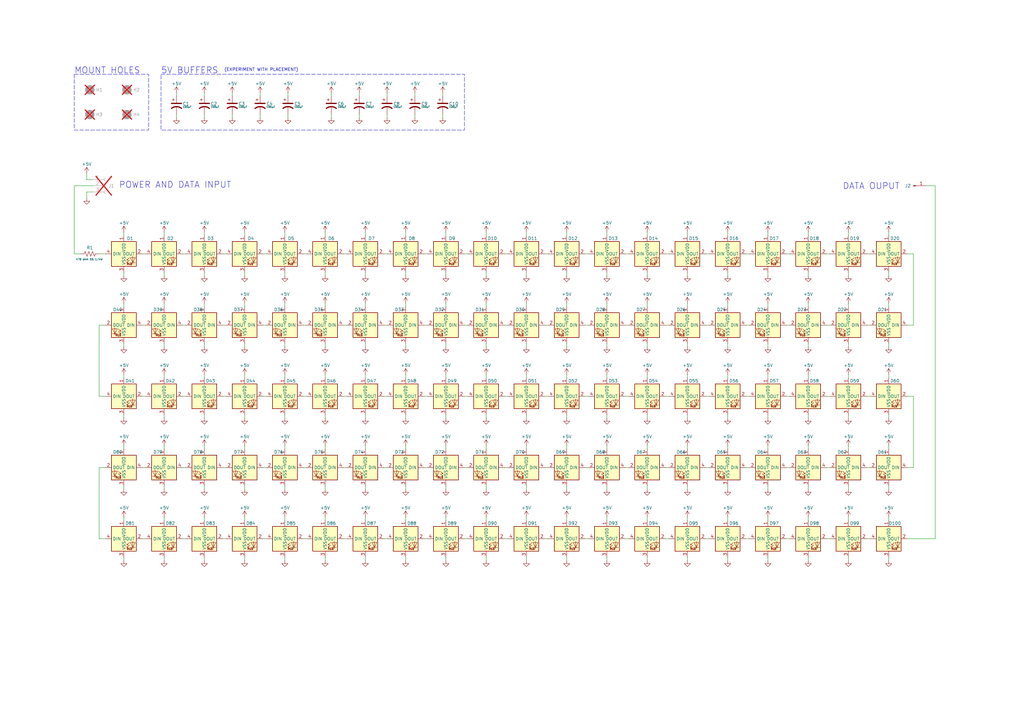
<source format=kicad_sch>
(kicad_sch (version 20231120) (generator "eeschema") (generator_version "8.0")
  (paper "A3")
  (wire (pts (xy 91.44 104.14) (xy 92.71 104.14)))
  (wire (pts (xy 364.49 111.76) (xy 364.49 113.03)))
  (wire (pts (xy 207.01 162.56) (xy 208.28 162.56)))
  (wire (pts (xy 265.43 212.09) (xy 265.43 213.36)))
  (wire (pts (xy 355.6 162.56) (xy 356.87 162.56)))
  (wire (pts (xy 347.98 153.67) (xy 347.98 154.94)))
  (wire (pts (xy 149.86 182.88) (xy 149.86 184.15)))
  (wire (pts (xy 67.31 124.46) (xy 67.31 125.73)))
  (wire (pts (xy 265.43 228.6) (xy 265.43 229.87)))
  (wire (pts (xy 223.52 162.56) (xy 224.79 162.56)))
  (wire (pts (xy 67.31 140.97) (xy 67.31 142.24)))
  (wire (pts (xy 149.86 124.46) (xy 149.86 125.73)))
  (wire (pts (xy 364.49 153.67) (xy 364.49 154.94)))
  (wire (pts (xy 40.64 162.56) (xy 43.18 162.56)))
  (wire (pts (xy 149.86 111.76) (xy 149.86 113.03)))
  (wire (pts (xy 340.36 191.77) (xy 339.09 191.77)))
  (wire (pts (xy 67.31 199.39) (xy 67.31 200.66)))
  (wire (pts (xy 347.98 212.09) (xy 347.98 213.36)))
  (wire (pts (xy 182.88 140.97) (xy 182.88 142.24)))
  (wire (pts (xy 281.94 124.46) (xy 281.94 125.73)))
  (wire (pts (xy 67.31 228.6) (xy 67.31 229.87)))
  (wire (pts (xy 281.94 212.09) (xy 281.94 213.36)))
  (wire (pts (xy 281.94 153.67) (xy 281.94 154.94)))
  (wire (pts (xy 314.96 111.76) (xy 314.96 113.03)))
  (wire (pts (xy 72.39 38.1) (xy 72.39 39.37)))
  (wire (pts (xy 331.47 153.67) (xy 331.47 154.94)))
  (wire (pts (xy 331.47 212.09) (xy 331.47 213.36)))
  (wire (pts (xy 135.89 46.99) (xy 135.89 48.26)))
  (wire (pts (xy 118.11 38.1) (xy 118.11 39.37)))
  (wire (pts (xy 76.2 191.77) (xy 74.93 191.77)))
  (wire (pts (xy 314.96 182.88) (xy 314.96 184.15)))
  (wire (pts (xy 290.83 191.77) (xy 289.56 191.77)))
  (wire (pts (xy 248.92 228.6) (xy 248.92 229.87)))
  (wire (pts (xy 256.54 162.56) (xy 257.81 162.56)))
  (wire (pts (xy 199.39 124.46) (xy 199.39 125.73)))
  (wire (pts (xy 67.31 212.09) (xy 67.31 213.36)))
  (wire (pts (xy 100.33 124.46) (xy 100.33 125.73)))
  (wire (pts (xy 215.9 124.46) (xy 215.9 125.73)))
  (wire (pts (xy 74.93 162.56) (xy 76.2 162.56)))
  (wire (pts (xy 240.03 162.56) (xy 241.3 162.56)))
  (wire (pts (xy 182.88 124.46) (xy 182.88 125.73)))
  (wire (pts (xy 100.33 212.09) (xy 100.33 213.36)))
  (wire (pts (xy 50.8 212.09) (xy 50.8 213.36)))
  (wire (pts (xy 331.47 95.25) (xy 331.47 96.52)))
  (wire (pts (xy 50.8 199.39) (xy 50.8 200.66)))
  (wire (pts (xy 306.07 220.98) (xy 307.34 220.98)))
  (wire (pts (xy 147.32 38.1) (xy 147.32 39.37)))
  (wire (pts (xy 91.44 220.98) (xy 92.71 220.98)))
  (wire (pts (xy 158.75 191.77) (xy 157.48 191.77)))
  (wire (pts (xy 207.01 104.14) (xy 208.28 104.14)))
  (wire (pts (xy 109.22 133.35) (xy 107.95 133.35)))
  (wire (pts (xy 95.25 38.1) (xy 95.25 39.37)))
  (wire (pts (xy 100.33 140.97) (xy 100.33 142.24)))
  (wire (pts (xy 340.36 133.35) (xy 339.09 133.35)))
  (wire (pts (xy 232.41 124.46) (xy 232.41 125.73)))
  (wire (pts (xy 314.96 140.97) (xy 314.96 142.24)))
  (wire (pts (xy 347.98 170.18) (xy 347.98 171.45)))
  (wire (pts (xy 364.49 124.46) (xy 364.49 125.73)))
  (wire (pts (xy 331.47 182.88) (xy 331.47 184.15)))
  (wire (pts (xy 274.32 191.77) (xy 273.05 191.77)))
  (wire (pts (xy 50.8 95.25) (xy 50.8 96.52)))
  (wire (pts (xy 265.43 153.67) (xy 265.43 154.94)))
  (wire (pts (xy 40.64 191.77) (xy 40.64 220.98)))
  (wire (pts (xy 166.37 228.6) (xy 166.37 229.87)))
  (wire (pts (xy 100.33 228.6) (xy 100.33 229.87)))
  (wire (pts (xy 166.37 111.76) (xy 166.37 113.03)))
  (wire (pts (xy 289.56 162.56) (xy 290.83 162.56)))
  (wire (pts (xy 83.82 140.97) (xy 83.82 142.24)))
  (wire (pts (xy 35.56 78.74) (xy 35.56 81.28)))
  (wire (pts (xy 116.84 182.88) (xy 116.84 184.15)))
  (wire (pts (xy 273.05 104.14) (xy 274.32 104.14)))
  (wire (pts (xy 133.35 153.67) (xy 133.35 154.94)))
  (wire (pts (xy 157.48 104.14) (xy 158.75 104.14)))
  (wire (pts (xy 298.45 153.67) (xy 298.45 154.94)))
  (wire (pts (xy 109.22 191.77) (xy 107.95 191.77)))
  (wire (pts (xy 58.42 220.98) (xy 59.69 220.98)))
  (wire (pts (xy 67.31 182.88) (xy 67.31 184.15)))
  (wire (pts (xy 76.2 133.35) (xy 74.93 133.35)))
  (wire (pts (xy 322.58 104.14) (xy 323.85 104.14)))
  (wire (pts (xy 166.37 199.39) (xy 166.37 200.66)))
  (wire (pts (xy 142.24 133.35) (xy 140.97 133.35)))
  (wire (pts (xy 232.41 199.39) (xy 232.41 200.66)))
  (wire (pts (xy 215.9 212.09) (xy 215.9 213.36)))
  (wire (pts (xy 356.87 133.35) (xy 355.6 133.35)))
  (wire (pts (xy 248.92 182.88) (xy 248.92 184.15)))
  (wire (pts (xy 149.86 95.25) (xy 149.86 96.52)))
  (wire (pts (xy 274.32 133.35) (xy 273.05 133.35)))
  (wire (pts (xy 224.79 191.77) (xy 223.52 191.77)))
  (wire (pts (xy 281.94 111.76) (xy 281.94 113.03)))
  (wire (pts (xy 215.9 182.88) (xy 215.9 184.15)))
  (wire (pts (xy 298.45 111.76) (xy 298.45 113.03)))
  (wire (pts (xy 166.37 124.46) (xy 166.37 125.73)))
  (wire (pts (xy 331.47 111.76) (xy 331.47 113.03)))
  (wire (pts (xy 199.39 153.67) (xy 199.39 154.94)))
  (wire (pts (xy 67.31 153.67) (xy 67.31 154.94)))
  (wire (pts (xy 298.45 124.46) (xy 298.45 125.73)))
  (wire (pts (xy 158.75 38.1) (xy 158.75 39.37)))
  (wire (pts (xy 72.39 46.99) (xy 72.39 48.26)))
  (wire (pts (xy 157.48 162.56) (xy 158.75 162.56)))
  (wire (pts (xy 232.41 170.18) (xy 232.41 171.45)))
  (wire (pts (xy 265.43 140.97) (xy 265.43 142.24)))
  (wire (pts (xy 182.88 199.39) (xy 182.88 200.66)))
  (wire (pts (xy 364.49 140.97) (xy 364.49 142.24)))
  (wire (pts (xy 170.18 38.1) (xy 170.18 39.37)))
  (wire (pts (xy 339.09 220.98) (xy 340.36 220.98)))
  (wire (pts (xy 133.35 170.18) (xy 133.35 171.45)))
  (wire (pts (xy 133.35 199.39) (xy 133.35 200.66)))
  (wire (pts (xy 182.88 95.25) (xy 182.88 96.52)))
  (wire (pts (xy 142.24 191.77) (xy 140.97 191.77)))
  (wire (pts (xy 107.95 220.98) (xy 109.22 220.98)))
  (wire (pts (xy 298.45 170.18) (xy 298.45 171.45)))
  (wire (pts (xy 133.35 212.09) (xy 133.35 213.36)))
  (wire (pts (xy 199.39 228.6) (xy 199.39 229.87)))
  (wire (pts (xy 331.47 228.6) (xy 331.47 229.87)))
  (wire (pts (xy 364.49 228.6) (xy 364.49 229.87)))
  (wire (pts (xy 241.3 133.35) (xy 240.03 133.35)))
  (wire (pts (xy 83.82 38.1) (xy 83.82 39.37)))
  (wire (pts (xy 50.8 111.76) (xy 50.8 113.03)))
  (wire (pts (xy 43.18 191.77) (xy 40.64 191.77)))
  (wire (pts (xy 140.97 220.98) (xy 142.24 220.98)))
  (wire (pts (xy 173.99 162.56) (xy 175.26 162.56)))
  (wire (pts (xy 199.39 212.09) (xy 199.39 213.36)))
  (wire (pts (xy 347.98 95.25) (xy 347.98 96.52)))
  (wire (pts (xy 215.9 170.18) (xy 215.9 171.45)))
  (wire (pts (xy 281.94 170.18) (xy 281.94 171.45)))
  (wire (pts (xy 182.88 212.09) (xy 182.88 213.36)))
  (wire (pts (xy 374.65 191.77) (xy 372.11 191.77)))
  (wire (pts (xy 232.41 212.09) (xy 232.41 213.36)))
  (wire (pts (xy 372.11 162.56) (xy 374.65 162.56)))
  (wire (pts (xy 74.93 104.14) (xy 76.2 104.14)))
  (wire (pts (xy 281.94 199.39) (xy 281.94 200.66)))
  (wire (pts (xy 289.56 104.14) (xy 290.83 104.14)))
  (wire (pts (xy 232.41 95.25) (xy 232.41 96.52)))
  (wire (pts (xy 83.82 95.25) (xy 83.82 96.52)))
  (wire (pts (xy 124.46 220.98) (xy 125.73 220.98)))
  (wire (pts (xy 232.41 140.97) (xy 232.41 142.24)))
  (wire (pts (xy 125.73 133.35) (xy 124.46 133.35)))
  (wire (pts (xy 208.28 191.77) (xy 207.01 191.77)))
  (wire (pts (xy 166.37 153.67) (xy 166.37 154.94)))
  (wire (pts (xy 191.77 191.77) (xy 190.5 191.77)))
  (wire (pts (xy 383.54 220.98) (xy 383.54 76.2)))
  (wire (pts (xy 100.33 153.67) (xy 100.33 154.94)))
  (wire (pts (xy 248.92 124.46) (xy 248.92 125.73)))
  (wire (pts (xy 116.84 170.18) (xy 116.84 171.45)))
  (wire (pts (xy 50.8 140.97) (xy 50.8 142.24)))
  (wire (pts (xy 314.96 228.6) (xy 314.96 229.87)))
  (wire (pts (xy 116.84 153.67) (xy 116.84 154.94)))
  (wire (pts (xy 248.92 95.25) (xy 248.92 96.52)))
  (wire (pts (xy 133.35 182.88) (xy 133.35 184.15)))
  (wire (pts (xy 289.56 220.98) (xy 290.83 220.98)))
  (wire (pts (xy 374.65 133.35) (xy 372.11 133.35)))
  (wire (pts (xy 307.34 133.35) (xy 306.07 133.35)))
  (wire (pts (xy 307.34 191.77) (xy 306.07 191.77)))
  (wire (pts (xy 92.71 133.35) (xy 91.44 133.35)))
  (wire (pts (xy 281.94 95.25) (xy 281.94 96.52)))
  (wire (pts (xy 58.42 104.14) (xy 59.69 104.14)))
  (wire (pts (xy 298.45 140.97) (xy 298.45 142.24)))
  (wire (pts (xy 248.92 153.67) (xy 248.92 154.94)))
  (wire (pts (xy 58.42 162.56) (xy 59.69 162.56)))
  (wire (pts (xy 190.5 162.56) (xy 191.77 162.56)))
  (wire (pts (xy 215.9 140.97) (xy 215.9 142.24)))
  (wire (pts (xy 314.96 153.67) (xy 314.96 154.94)))
  (wire (pts (xy 91.44 162.56) (xy 92.71 162.56)))
  (wire (pts (xy 40.64 104.14) (xy 43.18 104.14)))
  (wire (pts (xy 374.65 104.14) (xy 374.65 133.35)))
  (wire (pts (xy 331.47 170.18) (xy 331.47 171.45)))
  (wire (pts (xy 182.88 153.67) (xy 182.88 154.94)))
  (wire (pts (xy 100.33 182.88) (xy 100.33 184.15)))
  (wire (pts (xy 314.96 199.39) (xy 314.96 200.66)))
  (wire (pts (xy 67.31 95.25) (xy 67.31 96.52)))
  (wire (pts (xy 281.94 140.97) (xy 281.94 142.24)))
  (wire (pts (xy 323.85 191.77) (xy 322.58 191.77)))
  (wire (pts (xy 149.86 212.09) (xy 149.86 213.36)))
  (wire (pts (xy 364.49 95.25) (xy 364.49 96.52)))
  (wire (pts (xy 116.84 228.6) (xy 116.84 229.87)))
  (wire (pts (xy 232.41 182.88) (xy 232.41 184.15)))
  (wire (pts (xy 190.5 220.98) (xy 191.77 220.98)))
  (wire (pts (xy 224.79 133.35) (xy 223.52 133.35)))
  (wire (pts (xy 298.45 228.6) (xy 298.45 229.87)))
  (wire (pts (xy 166.37 170.18) (xy 166.37 171.45)))
  (wire (pts (xy 339.09 162.56) (xy 340.36 162.56)))
  (wire (pts (xy 181.61 46.99) (xy 181.61 48.26)))
  (wire (pts (xy 166.37 140.97) (xy 166.37 142.24)))
  (wire (pts (xy 372.11 104.14) (xy 374.65 104.14)))
  (wire (pts (xy 223.52 220.98) (xy 224.79 220.98)))
  (wire (pts (xy 166.37 95.25) (xy 166.37 96.52)))
  (wire (pts (xy 248.92 212.09) (xy 248.92 213.36)))
  (wire (pts (xy 240.03 104.14) (xy 241.3 104.14)))
  (wire (pts (xy 364.49 170.18) (xy 364.49 171.45)))
  (wire (pts (xy 355.6 220.98) (xy 356.87 220.98)))
  (wire (pts (xy 166.37 212.09) (xy 166.37 213.36)))
  (wire (pts (xy 199.39 182.88) (xy 199.39 184.15)))
  (wire (pts (xy 38.1 73.66) (xy 35.56 73.66)))
  (wire (pts (xy 182.88 228.6) (xy 182.88 229.87)))
  (wire (pts (xy 40.64 220.98) (xy 43.18 220.98)))
  (wire (pts (xy 215.9 199.39) (xy 215.9 200.66)))
  (wire (pts (xy 133.35 140.97) (xy 133.35 142.24)))
  (wire (pts (xy 170.18 46.99) (xy 170.18 48.26)))
  (wire (pts (xy 149.86 140.97) (xy 149.86 142.24)))
  (wire (pts (xy 241.3 191.77) (xy 240.03 191.77)))
  (wire (pts (xy 215.9 111.76) (xy 215.9 113.03)))
  (wire (pts (xy 92.71 191.77) (xy 91.44 191.77)))
  (wire (pts (xy 232.41 228.6) (xy 232.41 229.87)))
  (wire (pts (xy 339.09 104.14) (xy 340.36 104.14)))
  (wire (pts (xy 116.84 111.76) (xy 116.84 113.03)))
  (wire (pts (xy 140.97 104.14) (xy 142.24 104.14)))
  (wire (pts (xy 323.85 133.35) (xy 322.58 133.35)))
  (wire (pts (xy 306.07 162.56) (xy 307.34 162.56)))
  (wire (pts (xy 116.84 95.25) (xy 116.84 96.52)))
  (wire (pts (xy 248.92 111.76) (xy 248.92 113.03)))
  (wire (pts (xy 347.98 228.6) (xy 347.98 229.87)))
  (wire (pts (xy 83.82 170.18) (xy 83.82 171.45)))
  (wire (pts (xy 356.87 191.77) (xy 355.6 191.77)))
  (wire (pts (xy 199.39 140.97) (xy 199.39 142.24)))
  (wire (pts (xy 173.99 104.14) (xy 175.26 104.14)))
  (wire (pts (xy 157.48 220.98) (xy 158.75 220.98)))
  (wire (pts (xy 149.86 170.18) (xy 149.86 171.45)))
  (wire (pts (xy 100.33 170.18) (xy 100.33 171.45)))
  (wire (pts (xy 30.48 104.14) (xy 33.02 104.14)))
  (wire (pts (xy 140.97 162.56) (xy 142.24 162.56)))
  (wire (pts (xy 298.45 95.25) (xy 298.45 96.52)))
  (wire (pts (xy 133.35 111.76) (xy 133.35 113.03)))
  (wire (pts (xy 106.68 46.99) (xy 106.68 48.26)))
  (wire (pts (xy 35.56 73.66) (xy 35.56 71.12)))
  (wire (pts (xy 314.96 212.09) (xy 314.96 213.36)))
  (wire (pts (xy 50.8 170.18) (xy 50.8 171.45)))
  (wire (pts (xy 208.28 133.35) (xy 207.01 133.35)))
  (wire (pts (xy 50.8 182.88) (xy 50.8 184.15)))
  (wire (pts (xy 124.46 162.56) (xy 125.73 162.56)))
  (wire (pts (xy 182.88 182.88) (xy 182.88 184.15)))
  (wire (pts (xy 322.58 220.98) (xy 323.85 220.98)))
  (wire (pts (xy 43.18 133.35) (xy 40.64 133.35)))
  (wire (pts (xy 199.39 111.76) (xy 199.39 113.03)))
  (wire (pts (xy 30.48 76.2) (xy 30.48 104.14)))
  (wire (pts (xy 248.92 199.39) (xy 248.92 200.66)))
  (wire (pts (xy 149.86 228.6) (xy 149.86 229.87)))
  (wire (pts (xy 364.49 199.39) (xy 364.49 200.66)))
  (wire (pts (xy 133.35 228.6) (xy 133.35 229.87)))
  (wire (pts (xy 67.31 111.76) (xy 67.31 113.03)))
  (wire (pts (xy 149.86 199.39) (xy 149.86 200.66)))
  (wire (pts (xy 298.45 212.09) (xy 298.45 213.36)))
  (wire (pts (xy 147.32 46.99) (xy 147.32 48.26)))
  (wire (pts (xy 175.26 133.35) (xy 173.99 133.35)))
  (wire (pts (xy 215.9 228.6) (xy 215.9 229.87)))
  (wire (pts (xy 83.82 228.6) (xy 83.82 229.87)))
  (wire (pts (xy 248.92 170.18) (xy 248.92 171.45)))
  (wire (pts (xy 83.82 124.46) (xy 83.82 125.73)))
  (wire (pts (xy 232.41 111.76) (xy 232.41 113.03)))
  (wire (pts (xy 83.82 111.76) (xy 83.82 113.03)))
  (wire (pts (xy 83.82 182.88) (xy 83.82 184.15)))
  (wire (pts (xy 40.64 133.35) (xy 40.64 162.56)))
  (wire (pts (xy 347.98 111.76) (xy 347.98 113.03)))
  (wire (pts (xy 265.43 170.18) (xy 265.43 171.45)))
  (wire (pts (xy 190.5 104.14) (xy 191.77 104.14)))
  (wire (pts (xy 74.93 220.98) (xy 76.2 220.98)))
  (wire (pts (xy 265.43 199.39) (xy 265.43 200.66)))
  (wire (pts (xy 298.45 199.39) (xy 298.45 200.66)))
  (wire (pts (xy 173.99 220.98) (xy 175.26 220.98)))
  (wire (pts (xy 100.33 95.25) (xy 100.33 96.52)))
  (wire (pts (xy 133.35 95.25) (xy 133.35 96.52)))
  (wire (pts (xy 158.75 46.99) (xy 158.75 48.26)))
  (wire (pts (xy 273.05 162.56) (xy 274.32 162.56)))
  (wire (pts (xy 199.39 199.39) (xy 199.39 200.66)))
  (wire (pts (xy 38.1 78.74) (xy 35.56 78.74)))
  (wire (pts (xy 158.75 133.35) (xy 157.48 133.35)))
  (wire (pts (xy 50.8 124.46) (xy 50.8 125.73)))
  (wire (pts (xy 355.6 104.14) (xy 356.87 104.14)))
  (wire (pts (xy 95.25 46.99) (xy 95.25 48.26)))
  (wire (pts (xy 364.49 182.88) (xy 364.49 184.15)))
  (wire (pts (xy 347.98 140.97) (xy 347.98 142.24)))
  (wire (pts (xy 215.9 95.25) (xy 215.9 96.52)))
  (wire (pts (xy 265.43 111.76) (xy 265.43 113.03)))
  (wire (pts (xy 383.54 76.2) (xy 379.73 76.2)))
  (wire (pts (xy 83.82 153.67) (xy 83.82 154.94)))
  (wire (pts (xy 265.43 124.46) (xy 265.43 125.73)))
  (wire (pts (xy 306.07 104.14) (xy 307.34 104.14)))
  (wire (pts (xy 83.82 199.39) (xy 83.82 200.66)))
  (wire (pts (xy 265.43 95.25) (xy 265.43 96.52)))
  (wire (pts (xy 118.11 46.99) (xy 118.11 48.26)))
  (wire (pts (xy 281.94 182.88) (xy 281.94 184.15)))
  (wire (pts (xy 223.52 104.14) (xy 224.79 104.14)))
  (wire (pts (xy 256.54 220.98) (xy 257.81 220.98)))
  (wire (pts (xy 290.83 133.35) (xy 289.56 133.35)))
  (wire (pts (xy 116.84 140.97) (xy 116.84 142.24)))
  (wire (pts (xy 116.84 199.39) (xy 116.84 200.66)))
  (wire (pts (xy 372.11 220.98) (xy 383.54 220.98)))
  (wire (pts (xy 59.69 133.35) (xy 58.42 133.35)))
  (wire (pts (xy 182.88 111.76) (xy 182.88 113.03)))
  (wire (pts (xy 199.39 95.25) (xy 199.39 96.52)))
  (wire (pts (xy 125.73 191.77) (xy 124.46 191.77)))
  (wire (pts (xy 107.95 162.56) (xy 109.22 162.56)))
  (wire (pts (xy 314.96 95.25) (xy 314.96 96.52)))
  (wire (pts (xy 331.47 140.97) (xy 331.47 142.24)))
  (wire (pts (xy 331.47 199.39) (xy 331.47 200.66)))
  (wire (pts (xy 116.84 124.46) (xy 116.84 125.73)))
  (wire (pts (xy 149.86 153.67) (xy 149.86 154.94)))
  (wire (pts (xy 133.35 124.46) (xy 133.35 125.73)))
  (wire (pts (xy 199.39 170.18) (xy 199.39 171.45)))
  (wire (pts (xy 182.88 170.18) (xy 182.88 171.45)))
  (wire (pts (xy 30.48 76.2) (xy 38.1 76.2)))
  (wire (pts (xy 257.81 133.35) (xy 256.54 133.35)))
  (wire (pts (xy 347.98 124.46) (xy 347.98 125.73)))
  (wire (pts (xy 273.05 220.98) (xy 274.32 220.98)))
  (wire (pts (xy 67.31 170.18) (xy 67.31 171.45)))
  (wire (pts (xy 347.98 199.39) (xy 347.98 200.66)))
  (wire (pts (xy 256.54 104.14) (xy 257.81 104.14)))
  (wire (pts (xy 322.58 162.56) (xy 323.85 162.56)))
  (wire (pts (xy 116.84 212.09) (xy 116.84 213.36)))
  (wire (pts (xy 107.95 104.14) (xy 109.22 104.14)))
  (wire (pts (xy 347.98 182.88) (xy 347.98 184.15)))
  (wire (pts (xy 83.82 46.99) (xy 83.82 48.26)))
  (wire (pts (xy 50.8 228.6) (xy 50.8 229.87)))
  (wire (pts (xy 83.82 212.09) (xy 83.82 213.36)))
  (wire (pts (xy 100.33 199.39) (xy 100.33 200.66)))
  (wire (pts (xy 364.49 212.09) (xy 364.49 213.36)))
  (wire (pts (xy 314.96 170.18) (xy 314.96 171.45)))
  (wire (pts (xy 59.69 191.77) (xy 58.42 191.77)))
  (wire (pts (xy 106.68 38.1) (xy 106.68 39.37)))
  (wire (pts (xy 135.89 38.1) (xy 135.89 39.37)))
  (wire (pts (xy 257.81 191.77) (xy 256.54 191.77)))
  (wire (pts (xy 175.26 191.77) (xy 173.99 191.77)))
  (wire (pts (xy 374.65 162.56) (xy 374.65 191.77)))
  (wire (pts (xy 215.9 153.67) (xy 215.9 154.94)))
  (wire (pts (xy 207.01 220.98) (xy 208.28 220.98)))
  (wire (pts (xy 181.61 38.1) (xy 181.61 39.37)))
  (wire (pts (xy 265.43 182.88) (xy 265.43 184.15)))
  (wire (pts (xy 166.37 182.88) (xy 166.37 184.15)))
  (wire (pts (xy 50.8 153.67) (xy 50.8 154.94)))
  (wire (pts (xy 191.77 133.35) (xy 190.5 133.35)))
  (wire (pts (xy 100.33 111.76) (xy 100.33 113.03)))
  (wire (pts (xy 240.03 220.98) (xy 241.3 220.98)))
  (wire (pts (xy 281.94 228.6) (xy 281.94 229.87)))
  (wire (pts (xy 248.92 140.97) (xy 248.92 142.24)))
  (wire (pts (xy 232.41 153.67) (xy 232.41 154.94)))
  (wire (pts (xy 331.47 124.46) (xy 331.47 125.73)))
  (wire (pts (xy 314.96 124.46) (xy 314.96 125.73)))
  (wire (pts (xy 298.45 182.88) (xy 298.45 184.15)))
  (wire (pts (xy 124.46 104.14) (xy 125.73 104.14)))
  (rectangle (start 66.04 30.48) (end 190.5 53.34) (stroke (width 0) (type dash)))
  (rectangle (start 30.48 30.48) (end 60.96 53.34) (stroke (width 0) (type dash)))
  (text "DATA OUPUT" (at 369.062 76.454 0) (effects (font (size 2.54 2.54)) (justify right)))
  (text "POWER AND DATA INPUT" (at 48.768 75.946 0) (effects (font (size 2.54 2.54)) (justify left)))
  (text "(EXPERIMENT WITH PLACEMENT)" (at 107.188 28.702 0) (effects (font (size 1.27 1.27))))
  (text "MOUNT HOLES" (at 30.48 30.48 0) (effects (font (size 2.54 2.54)) (justify left bottom)))
  (text "5V BUFFERS" (at 66.04 30.48 0) (effects (font (size 2.54 2.54)) (justify left bottom)))
  (symbol (lib_id "power:GND") (at 364.49 200.66 0) (mirror y) (unit 1)
    (property "Reference" "#PWR0172" (effects (hide yes)))
    (property "Value" "GND" (effects (hide yes)))
  )
  (symbol (lib_id "power:+5V") (at 347.98 182.88 0) (mirror y) (unit 1)
    (property "Reference" "#PWR0151" (effects (hide yes)))
    (property "Value" "+5V" (at 347.98 179.07 0))
  )
  (symbol (lib_id "project:SK6812-MINI-E") (at 133.35 220.98 0) (unit 1)
    (property "Reference" "D86" (at 135.89 214.63 0))
    (property "Value" "SK6812-MINI-E" (effects (hide yes)))
    (property "Footprint" "project:SK6812-MINI-E-BACK" (effects (hide yes)))
    (property "MPN" "4960" (effects (hide yes)))
    (property "LCSC" "C5149201" (effects (hide yes)))
  )
  (symbol (lib_id "power:GND") (at 133.35 200.66 0) (mirror y) (unit 1)
    (property "Reference" "#PWR0158" (effects (hide yes)))
    (property "Value" "GND" (effects (hide yes)))
  )
  (symbol (lib_id "power:+5V") (at 281.94 182.88 0) (mirror y) (unit 1)
    (property "Reference" "#PWR0147" (effects (hide yes)))
    (property "Value" "+5V" (at 281.94 179.07 0))
  )
  (symbol (lib_id "power:+5V") (at 149.86 95.25 0) (unit 1)
    (property "Reference" "#PWR019" (effects (hide yes)))
    (property "Value" "+5V" (at 149.86 91.44 0))
  )
  (symbol (lib_id "project:SK6812-MINI-E") (at 265.43 220.98 0) (unit 1)
    (property "Reference" "D94" (at 267.97 214.63 0))
    (property "Value" "SK6812-MINI-E" (effects (hide yes)))
    (property "Footprint" "project:SK6812-MINI-E-BACK" (effects (hide yes)))
    (property "MPN" "4960" (effects (hide yes)))
    (property "LCSC" "C5149201" (effects (hide yes)))
  )
  (symbol (lib_id "power:+5V") (at 314.96 182.88 0) (mirror y) (unit 1)
    (property "Reference" "#PWR0149" (effects (hide yes)))
    (property "Value" "+5V" (at 314.96 179.07 0))
  )
  (symbol (lib_id "power:+5V") (at 298.45 153.67 0) (unit 1)
    (property "Reference" "#PWR0108" (effects (hide yes)))
    (property "Value" "+5V" (at 298.45 149.86 0))
  )
  (symbol (lib_id "power:+5V") (at 215.9 212.09 0) (unit 1)
    (property "Reference" "#PWR0183" (effects (hide yes)))
    (property "Value" "+5V" (at 215.9 208.28 0))
  )
  (symbol (lib_id "project:SK6812-MINI-E") (at 347.98 162.56 0) (unit 1)
    (property "Reference" "D59" (at 350.52 156.21 0))
    (property "Value" "SK6812-MINI-E" (effects (hide yes)))
    (property "Footprint" "project:SK6812-MINI-E-BACK" (effects (hide yes)))
    (property "MPN" "4960" (effects (hide yes)))
    (property "LCSC" "C5149201" (effects (hide yes)))
  )
  (symbol (lib_id "project:SK6812-MINI-E") (at 133.35 162.56 0) (unit 1)
    (property "Reference" "D46" (at 135.89 156.21 0))
    (property "Value" "SK6812-MINI-E" (effects (hide yes)))
    (property "Footprint" "project:SK6812-MINI-E-BACK" (effects (hide yes)))
    (property "MPN" "4960" (effects (hide yes)))
    (property "LCSC" "C5149201" (effects (hide yes)))
  )
  (symbol (lib_id "power:+5V") (at 199.39 124.46 0) (mirror y) (unit 1)
    (property "Reference" "#PWR062" (effects (hide yes)))
    (property "Value" "+5V" (at 199.39 120.65 0))
  )
  (symbol (lib_id "project:SK6812-MINI-E") (at 166.37 133.35 0) (mirror y) (unit 1)
    (property "Reference" "D33" (at 163.83 127 0))
    (property "Value" "SK6812-MINI-E" (effects (hide yes)))
    (property "Footprint" "project:SK6812-MINI-E-BACK" (effects (hide yes)))
    (property "MPN" "4960" (effects (hide yes)))
    (property "LCSC" "C5149201" (effects (hide yes)))
  )
  (symbol (lib_id "power:+5V") (at 199.39 95.25 0) (unit 1)
    (property "Reference" "#PWR022" (effects (hide yes)))
    (property "Value" "+5V" (at 199.39 91.44 0))
  )
  (symbol (lib_id "project:SK6812-MINI-E") (at 215.9 220.98 0) (unit 1)
    (property "Reference" "D91" (at 218.44 214.63 0))
    (property "Value" "SK6812-MINI-E" (effects (hide yes)))
    (property "Footprint" "project:SK6812-MINI-E-BACK" (effects (hide yes)))
    (property "MPN" "4960" (effects (hide yes)))
    (property "LCSC" "C5149201" (effects (hide yes)))
  )
  (symbol (lib_id "power:+5V") (at 331.47 124.46 0) (mirror y) (unit 1)
    (property "Reference" "#PWR070" (effects (hide yes)))
    (property "Value" "+5V" (at 331.47 120.65 0))
  )
  (symbol (lib_id "power:GND") (at 67.31 142.24 0) (mirror y) (unit 1)
    (property "Reference" "#PWR074" (effects (hide yes)))
    (property "Value" "GND" (effects (hide yes)))
  )
  (symbol (lib_id "Device:C_Polarized_US") (at 118.11 43.18 0) (unit 1)
    (property "Reference" "C5" (at 120.65 42.5451 0) (effects (justify left)))
    (property "Value" "100µF" (at 120.65 43.815 0) (effects (font (size 0.75 0.75)) (justify left)))
    (property "Footprint" "Capacitor_SMD:C_1210_3225Metric" (effects (hide yes)))
    (property "MPN" "GRM32ER61A107ME20L" (effects (hide yes)))
    (property "LCSC" "C84455" (effects (hide yes)))
  )
  (symbol (lib_id "power:GND") (at 116.84 113.03 0) (unit 1)
    (property "Reference" "#PWR037" (effects (hide yes)))
    (property "Value" "GND" (effects (hide yes)))
  )
  (symbol (lib_id "project:SK6812-MINI-E") (at 116.84 220.98 0) (unit 1)
    (property "Reference" "D85" (at 119.38 214.63 0))
    (property "Value" "SK6812-MINI-E" (effects (hide yes)))
    (property "Footprint" "project:SK6812-MINI-E-BACK" (effects (hide yes)))
    (property "MPN" "4960" (effects (hide yes)))
    (property "LCSC" "C5149201" (effects (hide yes)))
  )
  (symbol (lib_id "power:GND") (at 314.96 200.66 0) (mirror y) (unit 1)
    (property "Reference" "#PWR0169" (effects (hide yes)))
    (property "Value" "GND" (effects (hide yes)))
  )
  (symbol (lib_id "project:SK6812-MINI-E") (at 133.35 133.35 0) (mirror y) (unit 1)
    (property "Reference" "D35" (at 130.81 127 0))
    (property "Value" "SK6812-MINI-E" (effects (hide yes)))
    (property "Footprint" "project:SK6812-MINI-E-BACK" (effects (hide yes)))
    (property "MPN" "4960" (effects (hide yes)))
    (property "LCSC" "C5149201" (effects (hide yes)))
  )
  (symbol (lib_id "power:GND") (at 118.11 48.26 0) (unit 1)
    (property "Reference" "#PWR010" (effects (hide yes)))
    (property "Value" "GND" (effects (hide yes)))
  )
  (symbol (lib_id "power:GND") (at 199.39 142.24 0) (mirror y) (unit 1)
    (property "Reference" "#PWR082" (effects (hide yes)))
    (property "Value" "GND" (effects (hide yes)))
  )
  (symbol (lib_id "power:GND") (at 50.8 200.66 0) (mirror y) (unit 1)
    (property "Reference" "#PWR0153" (effects (hide yes)))
    (property "Value" "GND" (effects (hide yes)))
  )
  (symbol (lib_id "power:GND") (at 314.96 142.24 0) (mirror y) (unit 1)
    (property "Reference" "#PWR089" (effects (hide yes)))
    (property "Value" "GND" (effects (hide yes)))
  )
  (symbol (lib_id "power:GND") (at 331.47 229.87 0) (unit 1)
    (property "Reference" "#PWR0210" (effects (hide yes)))
    (property "Value" "GND" (effects (hide yes)))
  )
  (symbol (lib_id "Connector:Conn_01x01_Pin") (at 374.65 76.2 0) (unit 1)
    (property "Reference" "J2" (at 372.364 76.2 0))
    (property "Value" "Conn_01x01_Pin" (effects (hide yes)))
    (property "Footprint" "Connector_PinHeader_2.54mm:PinHeader_1x01_P2.54mm_Vertical" (effects (hide yes)))
    (property "Description" "Generic connector, single row, 01x01, script generated" (effects (hide yes)))
  )
  (symbol (lib_id "project:SK6812-MINI-E") (at 248.92 104.14 0) (unit 1)
    (property "Reference" "D13" (at 251.46 97.79 0))
    (property "Value" "SK6812-MINI-E" (effects (hide yes)))
    (property "Footprint" "project:SK6812-MINI-E-BACK" (effects (hide yes)))
    (property "MPN" "4960" (effects (hide yes)))
    (property "LCSC" "C5149201" (effects (hide yes)))
  )
  (symbol (lib_id "power:+5V") (at 281.94 212.09 0) (unit 1)
    (property "Reference" "#PWR0187" (effects (hide yes)))
    (property "Value" "+5V" (at 281.94 208.28 0))
  )
  (symbol (lib_id "power:GND") (at 298.45 229.87 0) (unit 1)
    (property "Reference" "#PWR0208" (effects (hide yes)))
    (property "Value" "GND" (effects (hide yes)))
  )
  (symbol (lib_id "power:+5V") (at 248.92 212.09 0) (unit 1)
    (property "Reference" "#PWR0185" (effects (hide yes)))
    (property "Value" "+5V" (at 248.92 208.28 0))
  )
  (symbol (lib_id "Device:C_Polarized_US") (at 181.61 43.18 0) (unit 1)
    (property "Reference" "C10" (at 184.15 42.5451 0) (effects (justify left)))
    (property "Value" "100µF" (at 184.15 43.815 0) (effects (font (size 0.75 0.75)) (justify left)))
    (property "Footprint" "Capacitor_SMD:C_1210_3225Metric" (effects (hide yes)))
    (property "MPN" "GRM32ER61A107ME20L" (effects (hide yes)))
    (property "LCSC" "C84455" (effects (hide yes)))
  )
  (symbol (lib_id "power:GND") (at 331.47 113.03 0) (unit 1)
    (property "Reference" "#PWR050" (effects (hide yes)))
    (property "Value" "GND" (effects (hide yes)))
  )
  (symbol (lib_id "power:GND") (at 83.82 200.66 0) (mirror y) (unit 1)
    (property "Reference" "#PWR0155" (effects (hide yes)))
    (property "Value" "GND" (effects (hide yes)))
  )
  (symbol (lib_id "project:SK6812-MINI-E") (at 149.86 191.77 0) (mirror y) (unit 1)
    (property "Reference" "D74" (at 147.32 185.42 0))
    (property "Value" "SK6812-MINI-E" (effects (hide yes)))
    (property "Footprint" "project:SK6812-MINI-E-BACK" (effects (hide yes)))
    (property "MPN" "4960" (effects (hide yes)))
    (property "LCSC" "C5149201" (effects (hide yes)))
  )
  (symbol (lib_id "project:SK6812-MINI-E") (at 347.98 191.77 0) (mirror y) (unit 1)
    (property "Reference" "D62" (at 345.44 185.42 0))
    (property "Value" "SK6812-MINI-E" (effects (hide yes)))
    (property "Footprint" "project:SK6812-MINI-E-BACK" (effects (hide yes)))
    (property "MPN" "4960" (effects (hide yes)))
    (property "LCSC" "C5149201" (effects (hide yes)))
  )
  (symbol (lib_id "power:+5V") (at 347.98 212.09 0) (unit 1)
    (property "Reference" "#PWR0191" (effects (hide yes)))
    (property "Value" "+5V" (at 347.98 208.28 0))
  )
  (symbol (lib_id "power:GND") (at 50.8 229.87 0) (unit 1)
    (property "Reference" "#PWR0193" (effects (hide yes)))
    (property "Value" "GND" (effects (hide yes)))
  )
  (symbol (lib_id "power:+5V") (at 199.39 182.88 0) (mirror y) (unit 1)
    (property "Reference" "#PWR0142" (effects (hide yes)))
    (property "Value" "+5V" (at 199.39 179.07 0))
  )
  (symbol (lib_id "Device:R_US") (at 36.83 104.14 90) (unit 1)
    (property "Reference" "R1" (at 36.83 101.6 90))
    (property "Value" "470 ohm 5% 1/4W" (at 36.6563 106.359 90) (effects (font (size 0.75 0.75))))
    (property "Footprint" "Resistor_SMD:R_0805_2012Metric" (effects (hide yes)))
    (property "MPN" "ERJ-T06J471V" (effects (hide yes)))
    (property "LCSC" "C159918" (effects (hide yes)))
  )
  (symbol (lib_id "Device:C_Polarized_US") (at 147.32 43.18 0) (unit 1)
    (property "Reference" "C7" (at 149.86 42.5451 0) (effects (justify left)))
    (property "Value" "100µF" (at 149.86 43.815 0) (effects (font (size 0.75 0.75)) (justify left)))
    (property "Footprint" "Capacitor_SMD:C_1210_3225Metric" (effects (hide yes)))
    (property "MPN" "GRM32ER61A107ME20L" (effects (hide yes)))
    (property "LCSC" "C84455" (effects (hide yes)))
  )
  (symbol (lib_id "Device:C_Polarized_US") (at 95.25 43.18 0) (unit 1)
    (property "Reference" "C3" (at 97.79 42.5451 0) (effects (justify left)))
    (property "Value" "100µF" (at 97.79 43.815 0) (effects (font (size 0.75 0.75)) (justify left)))
    (property "Footprint" "Capacitor_SMD:C_1210_3225Metric" (effects (hide yes)))
    (property "MPN" "GRM32ER61A107ME20L" (effects (hide yes)))
    (property "LCSC" "C84455" (effects (hide yes)))
  )
  (symbol (lib_id "power:+5V") (at 35.56 71.12 0) (unit 1)
    (property "Reference" "#PWR011" (effects (hide yes)))
    (property "Value" "+5V" (at 35.56 67.31 0))
  )
  (symbol (lib_id "project:SK6812-MINI-E") (at 215.9 191.77 0) (mirror y) (unit 1)
    (property "Reference" "D70" (at 213.36 185.42 0))
    (property "Value" "SK6812-MINI-E" (effects (hide yes)))
    (property "Footprint" "project:SK6812-MINI-E-BACK" (effects (hide yes)))
    (property "MPN" "4960" (effects (hide yes)))
    (property "LCSC" "C5149201" (effects (hide yes)))
  )
  (symbol (lib_id "power:+5V") (at 281.94 153.67 0) (unit 1)
    (property "Reference" "#PWR0107" (effects (hide yes)))
    (property "Value" "+5V" (at 281.94 149.86 0))
  )
  (symbol (lib_id "project:SK6812-MINI-E") (at 116.84 104.14 0) (unit 1)
    (property "Reference" "D5" (at 119.38 97.79 0))
    (property "Value" "SK6812-MINI-E" (effects (hide yes)))
    (property "Footprint" "project:SK6812-MINI-E-BACK" (effects (hide yes)))
    (property "MPN" "4960" (effects (hide yes)))
    (property "LCSC" "C5149201" (effects (hide yes)))
  )
  (symbol (lib_id "project:SK6812-MINI-E") (at 364.49 191.77 0) (mirror y) (unit 1)
    (property "Reference" "D61" (at 361.95 185.42 0))
    (property "Value" "SK6812-MINI-E" (effects (hide yes)))
    (property "Footprint" "project:SK6812-MINI-E-BACK" (effects (hide yes)))
    (property "MPN" "4960" (effects (hide yes)))
    (property "LCSC" "C5149201" (effects (hide yes)))
  )
  (symbol (lib_id "power:+5V") (at 215.9 124.46 0) (mirror y) (unit 1)
    (property "Reference" "#PWR063" (effects (hide yes)))
    (property "Value" "+5V" (at 215.9 120.65 0))
  )
  (symbol (lib_id "power:+5V") (at 232.41 182.88 0) (mirror y) (unit 1)
    (property "Reference" "#PWR0144" (effects (hide yes)))
    (property "Value" "+5V" (at 232.41 179.07 0))
  )
  (symbol (lib_id "power:GND") (at 181.61 48.26 0) (unit 1)
    (property "Reference" "#PWR0223" (effects (hide yes)))
    (property "Value" "GND" (effects (hide yes)))
  )
  (symbol (lib_id "project:SK6812-MINI-E") (at 265.43 104.14 0) (unit 1)
    (property "Reference" "D14" (at 267.97 97.79 0))
    (property "Value" "SK6812-MINI-E" (effects (hide yes)))
    (property "Footprint" "project:SK6812-MINI-E-BACK" (effects (hide yes)))
    (property "MPN" "4960" (effects (hide yes)))
    (property "LCSC" "C5149201" (effects (hide yes)))
  )
  (symbol (lib_id "project:SK6812-MINI-E") (at 265.43 191.77 0) (mirror y) (unit 1)
    (property "Reference" "D67" (at 262.89 185.42 0))
    (property "Value" "SK6812-MINI-E" (effects (hide yes)))
    (property "Footprint" "project:SK6812-MINI-E-BACK" (effects (hide yes)))
    (property "MPN" "4960" (effects (hide yes)))
    (property "LCSC" "C5149201" (effects (hide yes)))
  )
  (symbol (lib_id "power:GND") (at 149.86 171.45 0) (unit 1)
    (property "Reference" "#PWR0119" (effects (hide yes)))
    (property "Value" "GND" (effects (hide yes)))
  )
  (symbol (lib_id "power:GND") (at 281.94 171.45 0) (unit 1)
    (property "Reference" "#PWR0127" (effects (hide yes)))
    (property "Value" "GND" (effects (hide yes)))
  )
  (symbol (lib_id "power:GND") (at 347.98 229.87 0) (unit 1)
    (property "Reference" "#PWR0211" (effects (hide yes)))
    (property "Value" "GND" (effects (hide yes)))
  )
  (symbol (lib_id "project:SK6812-MINI-E") (at 314.96 162.56 0) (unit 1)
    (property "Reference" "D57" (at 317.5 156.21 0))
    (property "Value" "SK6812-MINI-E" (effects (hide yes)))
    (property "Footprint" "project:SK6812-MINI-E-BACK" (effects (hide yes)))
    (property "MPN" "4960" (effects (hide yes)))
    (property "LCSC" "C5149201" (effects (hide yes)))
  )
  (symbol (lib_id "power:+5V") (at 116.84 124.46 0) (mirror y) (unit 1)
    (property "Reference" "#PWR057" (effects (hide yes)))
    (property "Value" "+5V" (at 116.84 120.65 0))
  )
  (symbol (lib_id "power:GND") (at 67.31 171.45 0) (unit 1)
    (property "Reference" "#PWR0114" (effects (hide yes)))
    (property "Value" "GND" (effects (hide yes)))
  )
  (symbol (lib_id "project:SK6812-MINI-E") (at 83.82 220.98 0) (unit 1)
    (property "Reference" "D83" (at 86.36 214.63 0))
    (property "Value" "SK6812-MINI-E" (effects (hide yes)))
    (property "Footprint" "project:SK6812-MINI-E-BACK" (effects (hide yes)))
    (property "MPN" "4960" (effects (hide yes)))
    (property "LCSC" "C5149201" (effects (hide yes)))
  )
  (symbol (lib_id "power:GND") (at 83.82 171.45 0) (unit 1)
    (property "Reference" "#PWR0115" (effects (hide yes)))
    (property "Value" "GND" (effects (hide yes)))
  )
  (symbol (lib_id "project:SK6812-MINI-E") (at 83.82 104.14 0) (unit 1)
    (property "Reference" "D3" (at 86.36 97.79 0))
    (property "Value" "SK6812-MINI-E" (effects (hide yes)))
    (property "Footprint" "project:SK6812-MINI-E-BACK" (effects (hide yes)))
    (property "MPN" "4960" (effects (hide yes)))
    (property "LCSC" "C5149201" (effects (hide yes)))
  )
  (symbol (lib_id "power:+5V") (at 347.98 124.46 0) (mirror y) (unit 1)
    (property "Reference" "#PWR071" (effects (hide yes)))
    (property "Value" "+5V" (at 347.98 120.65 0))
  )
  (symbol (lib_id "power:GND") (at 100.33 171.45 0) (unit 1)
    (property "Reference" "#PWR0116" (effects (hide yes)))
    (property "Value" "GND" (effects (hide yes)))
  )
  (symbol (lib_id "Device:C_Polarized_US") (at 83.82 43.18 0) (unit 1)
    (property "Reference" "C2" (at 86.36 42.5451 0) (effects (justify left)))
    (property "Value" "100µF" (at 86.36 43.815 0) (effects (font (size 0.75 0.75)) (justify left)))
    (property "Footprint" "Capacitor_SMD:C_1210_3225Metric" (effects (hide yes)))
    (property "MPN" "GRM32ER61A107ME20L" (effects (hide yes)))
    (property "LCSC" "C84455" (effects (hide yes)))
  )
  (symbol (lib_id "power:GND") (at 83.82 142.24 0) (mirror y) (unit 1)
    (property "Reference" "#PWR075" (effects (hide yes)))
    (property "Value" "GND" (effects (hide yes)))
  )
  (symbol (lib_id "power:+5V") (at 182.88 153.67 0) (unit 1)
    (property "Reference" "#PWR0101" (effects (hide yes)))
    (property "Value" "+5V" (at 182.88 149.86 0))
  )
  (symbol (lib_id "power:GND") (at 50.8 171.45 0) (unit 1)
    (property "Reference" "#PWR0113" (effects (hide yes)))
    (property "Value" "GND" (effects (hide yes)))
  )
  (symbol (lib_id "power:GND") (at 364.49 142.24 0) (mirror y) (unit 1)
    (property "Reference" "#PWR092" (effects (hide yes)))
    (property "Value" "GND" (effects (hide yes)))
  )
  (symbol (lib_id "power:GND") (at 215.9 171.45 0) (unit 1)
    (property "Reference" "#PWR0123" (effects (hide yes)))
    (property "Value" "GND" (effects (hide yes)))
  )
  (symbol (lib_id "power:+5V") (at 232.41 153.67 0) (unit 1)
    (property "Reference" "#PWR0104" (effects (hide yes)))
    (property "Value" "+5V" (at 232.41 149.86 0))
  )
  (symbol (lib_id "power:GND") (at 166.37 171.45 0) (unit 1)
    (property "Reference" "#PWR0120" (effects (hide yes)))
    (property "Value" "GND" (effects (hide yes)))
  )
  (symbol (lib_id "power:GND") (at 232.41 113.03 0) (unit 1)
    (property "Reference" "#PWR044" (effects (hide yes)))
    (property "Value" "GND" (effects (hide yes)))
  )
  (symbol (lib_id "power:GND") (at 248.92 171.45 0) (unit 1)
    (property "Reference" "#PWR0125" (effects (hide yes)))
    (property "Value" "GND" (effects (hide yes)))
  )
  (symbol (lib_id "Mechanical:MountingHole") (at 36.83 36.83 0) (unit 1) (in_bom no) (dnp yes)
    (property "Reference" "H1" (at 39.37 36.83 0) (effects (justify left)))
    (property "Value" "INT" (effects (hide yes)))
    (property "Footprint" "MountingHole:MountingHole_2.7mm_Pad_TopBottom" (effects (hide yes)))
  )
  (symbol (lib_id "power:GND") (at 364.49 113.03 0) (unit 1)
    (property "Reference" "#PWR052" (effects (hide yes)))
    (property "Value" "GND" (effects (hide yes)))
  )
  (symbol (lib_id "power:GND") (at 67.31 200.66 0) (mirror y) (unit 1)
    (property "Reference" "#PWR0154" (effects (hide yes)))
    (property "Value" "GND" (effects (hide yes)))
  )
  (symbol (lib_id "power:+5V") (at 118.11 38.1 0) (mirror y) (unit 1)
    (property "Reference" "#PWR05" (effects (hide yes)))
    (property "Value" "+5V" (at 118.11 34.29 0))
  )
  (symbol (lib_id "project:SK6812-MINI-E") (at 166.37 162.56 0) (unit 1)
    (property "Reference" "D48" (at 168.91 156.21 0))
    (property "Value" "SK6812-MINI-E" (effects (hide yes)))
    (property "Footprint" "project:SK6812-MINI-E-BACK" (effects (hide yes)))
    (property "MPN" "4960" (effects (hide yes)))
    (property "LCSC" "C5149201" (effects (hide yes)))
  )
  (symbol (lib_id "project:SK6812-MINI-E") (at 166.37 191.77 0) (mirror y) (unit 1)
    (property "Reference" "D73" (at 163.83 185.42 0))
    (property "Value" "SK6812-MINI-E" (effects (hide yes)))
    (property "Footprint" "project:SK6812-MINI-E-BACK" (effects (hide yes)))
    (property "MPN" "4960" (effects (hide yes)))
    (property "LCSC" "C5149201" (effects (hide yes)))
  )
  (symbol (lib_id "power:GND") (at 67.31 113.03 0) (unit 1)
    (property "Reference" "#PWR034" (effects (hide yes)))
    (property "Value" "GND" (effects (hide yes)))
  )
  (symbol (lib_id "project:SK6812-MINI-E") (at 248.92 191.77 0) (mirror y) (unit 1)
    (property "Reference" "D68" (at 246.38 185.42 0))
    (property "Value" "SK6812-MINI-E" (effects (hide yes)))
    (property "Footprint" "project:SK6812-MINI-E-BACK" (effects (hide yes)))
    (property "MPN" "4960" (effects (hide yes)))
    (property "LCSC" "C5149201" (effects (hide yes)))
  )
  (symbol (lib_id "power:+5V") (at 232.41 124.46 0) (mirror y) (unit 1)
    (property "Reference" "#PWR064" (effects (hide yes)))
    (property "Value" "+5V" (at 232.41 120.65 0))
  )
  (symbol (lib_id "power:GND") (at 135.89 48.26 0) (unit 1)
    (property "Reference" "#PWR0219" (effects (hide yes)))
    (property "Value" "GND" (effects (hide yes)))
  )
  (symbol (lib_id "power:GND") (at 50.8 142.24 0) (mirror y) (unit 1)
    (property "Reference" "#PWR073" (effects (hide yes)))
    (property "Value" "GND" (effects (hide yes)))
  )
  (symbol (lib_id "Device:C_Polarized_US") (at 170.18 43.18 0) (unit 1)
    (property "Reference" "C9" (at 172.72 42.5451 0) (effects (justify left)))
    (property "Value" "100µF" (at 172.72 43.815 0) (effects (font (size 0.75 0.75)) (justify left)))
    (property "Footprint" "Capacitor_SMD:C_1210_3225Metric" (effects (hide yes)))
    (property "MPN" "GRM32ER61A107ME20L" (effects (hide yes)))
    (property "LCSC" "C84455" (effects (hide yes)))
  )
  (symbol (lib_id "project:SK6812-MINI-E") (at 149.86 104.14 0) (unit 1)
    (property "Reference" "D7" (at 152.4 97.79 0))
    (property "Value" "SK6812-MINI-E" (effects (hide yes)))
    (property "Footprint" "project:SK6812-MINI-E-BACK" (effects (hide yes)))
    (property "MPN" "4960" (effects (hide yes)))
    (property "LCSC" "C5149201" (effects (hide yes)))
  )
  (symbol (lib_id "power:GND") (at 147.32 48.26 0) (unit 1)
    (property "Reference" "#PWR0220" (effects (hide yes)))
    (property "Value" "GND" (effects (hide yes)))
  )
  (symbol (lib_id "power:GND") (at 314.96 171.45 0) (unit 1)
    (property "Reference" "#PWR0129" (effects (hide yes)))
    (property "Value" "GND" (effects (hide yes)))
  )
  (symbol (lib_id "power:GND") (at 281.94 142.24 0) (mirror y) (unit 1)
    (property "Reference" "#PWR087" (effects (hide yes)))
    (property "Value" "GND" (effects (hide yes)))
  )
  (symbol (lib_id "project:SK6812-MINI-E") (at 232.41 104.14 0) (unit 1)
    (property "Reference" "D12" (at 234.95 97.79 0))
    (property "Value" "SK6812-MINI-E" (effects (hide yes)))
    (property "Footprint" "project:SK6812-MINI-E-BACK" (effects (hide yes)))
    (property "MPN" "4960" (effects (hide yes)))
    (property "LCSC" "C5149201" (effects (hide yes)))
  )
  (symbol (lib_id "power:+5V") (at 182.88 95.25 0) (unit 1)
    (property "Reference" "#PWR021" (effects (hide yes)))
    (property "Value" "+5V" (at 182.88 91.44 0))
  )
  (symbol (lib_id "power:GND") (at 133.35 142.24 0) (mirror y) (unit 1)
    (property "Reference" "#PWR078" (effects (hide yes)))
    (property "Value" "GND" (effects (hide yes)))
  )
  (symbol (lib_id "power:+5V") (at 364.49 124.46 0) (mirror y) (unit 1)
    (property "Reference" "#PWR072" (effects (hide yes)))
    (property "Value" "+5V" (at 364.49 120.65 0))
  )
  (symbol (lib_id "project:SK6812-MINI-E") (at 232.41 191.77 0) (mirror y) (unit 1)
    (property "Reference" "D69" (at 229.87 185.42 0))
    (property "Value" "SK6812-MINI-E" (effects (hide yes)))
    (property "Footprint" "project:SK6812-MINI-E-BACK" (effects (hide yes)))
    (property "MPN" "4960" (effects (hide yes)))
    (property "LCSC" "C5149201" (effects (hide yes)))
  )
  (symbol (lib_id "project:SK6812-MINI-E") (at 67.31 133.35 0) (mirror y) (unit 1)
    (property "Reference" "D39" (at 64.77 127 0))
    (property "Value" "SK6812-MINI-E" (effects (hide yes)))
    (property "Footprint" "project:SK6812-MINI-E-BACK" (effects (hide yes)))
    (property "MPN" "4960" (effects (hide yes)))
    (property "LCSC" "C5149201" (effects (hide yes)))
  )
  (symbol (lib_id "power:+5V") (at 298.45 124.46 0) (mirror y) (unit 1)
    (property "Reference" "#PWR068" (effects (hide yes)))
    (property "Value" "+5V" (at 298.45 120.65 0))
  )
  (symbol (lib_id "power:+5V") (at 331.47 95.25 0) (unit 1)
    (property "Reference" "#PWR030" (effects (hide yes)))
    (property "Value" "+5V" (at 331.47 91.44 0))
  )
  (symbol (lib_id "power:+5V") (at 265.43 182.88 0) (mirror y) (unit 1)
    (property "Reference" "#PWR0146" (effects (hide yes)))
    (property "Value" "+5V" (at 265.43 179.07 0))
  )
  (symbol (lib_id "project:SK6812-MINI-E") (at 298.45 162.56 0) (unit 1)
    (property "Reference" "D56" (at 300.99 156.21 0))
    (property "Value" "SK6812-MINI-E" (effects (hide yes)))
    (property "Footprint" "project:SK6812-MINI-E-BACK" (effects (hide yes)))
    (property "MPN" "4960" (effects (hide yes)))
    (property "LCSC" "C5149201" (effects (hide yes)))
  )
  (symbol (lib_id "power:+5V") (at 248.92 153.67 0) (unit 1)
    (property "Reference" "#PWR0105" (effects (hide yes)))
    (property "Value" "+5V" (at 248.92 149.86 0))
  )
  (symbol (lib_id "power:GND") (at 133.35 229.87 0) (unit 1)
    (property "Reference" "#PWR0198" (effects (hide yes)))
    (property "Value" "GND" (effects (hide yes)))
  )
  (symbol (lib_id "project:SK6812-MINI-E") (at 116.84 191.77 0) (mirror y) (unit 1)
    (property "Reference" "D76" (at 114.3 185.42 0))
    (property "Value" "SK6812-MINI-E" (effects (hide yes)))
    (property "Footprint" "project:SK6812-MINI-E-BACK" (effects (hide yes)))
    (property "MPN" "4960" (effects (hide yes)))
    (property "LCSC" "C5149201" (effects (hide yes)))
  )
  (symbol (lib_id "project:SK6812-MINI-E") (at 67.31 162.56 0) (unit 1)
    (property "Reference" "D42" (at 69.85 156.21 0))
    (property "Value" "SK6812-MINI-E" (effects (hide yes)))
    (property "Footprint" "project:SK6812-MINI-E-BACK" (effects (hide yes)))
    (property "MPN" "4960" (effects (hide yes)))
    (property "LCSC" "C5149201" (effects (hide yes)))
  )
  (symbol (lib_id "project:SK6812-MINI-E") (at 149.86 133.35 0) (mirror y) (unit 1)
    (property "Reference" "D34" (at 147.32 127 0))
    (property "Value" "SK6812-MINI-E" (effects (hide yes)))
    (property "Footprint" "project:SK6812-MINI-E-BACK" (effects (hide yes)))
    (property "MPN" "4960" (effects (hide yes)))
    (property "LCSC" "C5149201" (effects (hide yes)))
  )
  (symbol (lib_id "project:SK6812-MINI-E") (at 265.43 133.35 0) (mirror y) (unit 1)
    (property "Reference" "D27" (at 262.89 127 0))
    (property "Value" "SK6812-MINI-E" (effects (hide yes)))
    (property "Footprint" "project:SK6812-MINI-E-BACK" (effects (hide yes)))
    (property "MPN" "4960" (effects (hide yes)))
    (property "LCSC" "C5149201" (effects (hide yes)))
  )
  (symbol (lib_id "power:GND") (at 100.33 142.24 0) (mirror y) (unit 1)
    (property "Reference" "#PWR076" (effects (hide yes)))
    (property "Value" "GND" (effects (hide yes)))
  )
  (symbol (lib_id "project:SK6812-MINI-E") (at 149.86 220.98 0) (unit 1)
    (property "Reference" "D87" (at 152.4 214.63 0))
    (property "Value" "SK6812-MINI-E" (effects (hide yes)))
    (property "Footprint" "project:SK6812-MINI-E-BACK" (effects (hide yes)))
    (property "MPN" "4960" (effects (hide yes)))
    (property "LCSC" "C5149201" (effects (hide yes)))
  )
  (symbol (lib_id "power:+5V") (at 67.31 182.88 0) (mirror y) (unit 1)
    (property "Reference" "#PWR0134" (effects (hide yes)))
    (property "Value" "+5V" (at 67.31 179.07 0))
  )
  (symbol (lib_id "power:+5V") (at 199.39 212.09 0) (unit 1)
    (property "Reference" "#PWR0182" (effects (hide yes)))
    (property "Value" "+5V" (at 199.39 208.28 0))
  )
  (symbol (lib_id "power:GND") (at 106.68 48.26 0) (unit 1)
    (property "Reference" "#PWR09" (effects (hide yes)))
    (property "Value" "GND" (effects (hide yes)))
  )
  (symbol (lib_id "project:SK6812-MINI-E") (at 314.96 220.98 0) (unit 1)
    (property "Reference" "D97" (at 317.5 214.63 0))
    (property "Value" "SK6812-MINI-E" (effects (hide yes)))
    (property "Footprint" "project:SK6812-MINI-E-BACK" (effects (hide yes)))
    (property "MPN" "4960" (effects (hide yes)))
    (property "LCSC" "C5149201" (effects (hide yes)))
  )
  (symbol (lib_id "project:SK6812-MINI-E") (at 281.94 133.35 0) (mirror y) (unit 1)
    (property "Reference" "D26" (at 279.4 127 0))
    (property "Value" "SK6812-MINI-E" (effects (hide yes)))
    (property "Footprint" "project:SK6812-MINI-E-BACK" (effects (hide yes)))
    (property "MPN" "4960" (effects (hide yes)))
    (property "LCSC" "C5149201" (effects (hide yes)))
  )
  (symbol (lib_id "Connector:Conn_01x03_Socket") (at 43.18 76.2 0) (unit 1) (dnp yes)
    (property "Reference" "J1" (at 44.45 76.1999 0) (effects (justify left)))
    (property "Value" "Conn_01x03_Socket" (effects (hide yes)))
    (property "Footprint" "Connector_PinHeader_2.54mm:PinHeader_1x03_P2.54mm_Vertical" (effects (hide yes)))
    (property "Description" "Generic connector, single row, 01x03, script generated" (effects (hide yes)))
  )
  (symbol (lib_id "Device:C_Polarized_US") (at 135.89 43.18 0) (unit 1)
    (property "Reference" "C6" (at 138.43 42.5451 0) (effects (justify left)))
    (property "Value" "100µF" (at 138.43 43.815 0) (effects (font (size 0.75 0.75)) (justify left)))
    (property "Footprint" "Capacitor_SMD:C_1210_3225Metric" (effects (hide yes)))
    (property "MPN" "GRM32ER61A107ME20L" (effects (hide yes)))
    (property "LCSC" "C84455" (effects (hide yes)))
  )
  (symbol (lib_id "project:SK6812-MINI-E") (at 83.82 133.35 0) (mirror y) (unit 1)
    (property "Reference" "D38" (at 81.28 127 0))
    (property "Value" "SK6812-MINI-E" (effects (hide yes)))
    (property "Footprint" "project:SK6812-MINI-E-BACK" (effects (hide yes)))
    (property "MPN" "4960" (effects (hide yes)))
    (property "LCSC" "C5149201" (effects (hide yes)))
  )
  (symbol (lib_id "power:GND") (at 314.96 113.03 0) (unit 1)
    (property "Reference" "#PWR049" (effects (hide yes)))
    (property "Value" "GND" (effects (hide yes)))
  )
  (symbol (lib_id "power:GND") (at 116.84 229.87 0) (unit 1)
    (property "Reference" "#PWR0197" (effects (hide yes)))
    (property "Value" "GND" (effects (hide yes)))
  )
  (symbol (lib_id "Mechanical:MountingHole") (at 52.07 46.99 0) (unit 1) (in_bom no) (dnp yes)
    (property "Reference" "H4" (at 54.61 46.99 0) (effects (justify left)))
    (property "Value" "INT" (effects (hide yes)))
    (property "Footprint" "MountingHole:MountingHole_2.7mm_Pad_TopBottom" (effects (hide yes)))
  )
  (symbol (lib_id "power:GND") (at 166.37 142.24 0) (mirror y) (unit 1)
    (property "Reference" "#PWR080" (effects (hide yes)))
    (property "Value" "GND" (effects (hide yes)))
  )
  (symbol (lib_id "power:+5V") (at 83.82 182.88 0) (mirror y) (unit 1)
    (property "Reference" "#PWR0135" (effects (hide yes)))
    (property "Value" "+5V" (at 83.82 179.07 0))
  )
  (symbol (lib_id "project:SK6812-MINI-E") (at 331.47 191.77 0) (mirror y) (unit 1)
    (property "Reference" "D63" (at 328.93 185.42 0))
    (property "Value" "SK6812-MINI-E" (effects (hide yes)))
    (property "Footprint" "project:SK6812-MINI-E-BACK" (effects (hide yes)))
    (property "MPN" "4960" (effects (hide yes)))
    (property "LCSC" "C5149201" (effects (hide yes)))
  )
  (symbol (lib_id "power:GND") (at 265.43 142.24 0) (mirror y) (unit 1)
    (property "Reference" "#PWR086" (effects (hide yes)))
    (property "Value" "GND" (effects (hide yes)))
  )
  (symbol (lib_id "project:SK6812-MINI-E") (at 100.33 104.14 0) (unit 1)
    (property "Reference" "D4" (at 102.87 97.79 0))
    (property "Value" "SK6812-MINI-E" (effects (hide yes)))
    (property "Footprint" "project:SK6812-MINI-E-BACK" (effects (hide yes)))
    (property "MPN" "4960" (effects (hide yes)))
    (property "LCSC" "C5149201" (effects (hide yes)))
  )
  (symbol (lib_id "power:GND") (at 265.43 200.66 0) (mirror y) (unit 1)
    (property "Reference" "#PWR0166" (effects (hide yes)))
    (property "Value" "GND" (effects (hide yes)))
  )
  (symbol (lib_id "power:+5V") (at 166.37 212.09 0) (unit 1)
    (property "Reference" "#PWR0180" (effects (hide yes)))
    (property "Value" "+5V" (at 166.37 208.28 0))
  )
  (symbol (lib_id "power:+5V") (at 215.9 95.25 0) (unit 1)
    (property "Reference" "#PWR023" (effects (hide yes)))
    (property "Value" "+5V" (at 215.9 91.44 0))
  )
  (symbol (lib_id "power:+5V") (at 314.96 212.09 0) (unit 1)
    (property "Reference" "#PWR0189" (effects (hide yes)))
    (property "Value" "+5V" (at 314.96 208.28 0))
  )
  (symbol (lib_id "project:SK6812-MINI-E") (at 182.88 220.98 0) (unit 1)
    (property "Reference" "D89" (at 185.42 214.63 0))
    (property "Value" "SK6812-MINI-E" (effects (hide yes)))
    (property "Footprint" "project:SK6812-MINI-E-BACK" (effects (hide yes)))
    (property "MPN" "4960" (effects (hide yes)))
    (property "LCSC" "C5149201" (effects (hide yes)))
  )
  (symbol (lib_id "power:+5V") (at 298.45 182.88 0) (mirror y) (unit 1)
    (property "Reference" "#PWR0148" (effects (hide yes)))
    (property "Value" "+5V" (at 298.45 179.07 0))
  )
  (symbol (lib_id "power:GND") (at 232.41 171.45 0) (unit 1)
    (property "Reference" "#PWR0124" (effects (hide yes)))
    (property "Value" "GND" (effects (hide yes)))
  )
  (symbol (lib_id "power:GND") (at 50.8 113.03 0) (unit 1)
    (property "Reference" "#PWR033" (effects (hide yes)))
    (property "Value" "GND" (effects (hide yes)))
  )
  (symbol (lib_id "power:+5V") (at 133.35 95.25 0) (unit 1)
    (property "Reference" "#PWR018" (effects (hide yes)))
    (property "Value" "+5V" (at 133.35 91.44 0))
  )
  (symbol (lib_id "project:SK6812-MINI-E") (at 232.41 162.56 0) (unit 1)
    (property "Reference" "D52" (at 234.95 156.21 0))
    (property "Value" "SK6812-MINI-E" (effects (hide yes)))
    (property "Footprint" "project:SK6812-MINI-E-BACK" (effects (hide yes)))
    (property "MPN" "4960" (effects (hide yes)))
    (property "LCSC" "C5149201" (effects (hide yes)))
  )
  (symbol (lib_id "power:GND") (at 166.37 113.03 0) (unit 1)
    (property "Reference" "#PWR040" (effects (hide yes)))
    (property "Value" "GND" (effects (hide yes)))
  )
  (symbol (lib_id "power:+5V") (at 106.68 38.1 0) (mirror y) (unit 1)
    (property "Reference" "#PWR04" (effects (hide yes)))
    (property "Value" "+5V" (at 106.68 34.29 0))
  )
  (symbol (lib_id "power:+5V") (at 67.31 124.46 0) (mirror y) (unit 1)
    (property "Reference" "#PWR054" (effects (hide yes)))
    (property "Value" "+5V" (at 67.31 120.65 0))
  )
  (symbol (lib_id "project:SK6812-MINI-E") (at 364.49 162.56 0) (unit 1)
    (property "Reference" "D60" (at 367.03 156.21 0))
    (property "Value" "SK6812-MINI-E" (effects (hide yes)))
    (property "Footprint" "project:SK6812-MINI-E-BACK" (effects (hide yes)))
    (property "MPN" "4960" (effects (hide yes)))
    (property "LCSC" "C5149201" (effects (hide yes)))
  )
  (symbol (lib_id "power:GND") (at 248.92 200.66 0) (mirror y) (unit 1)
    (property "Reference" "#PWR0165" (effects (hide yes)))
    (property "Value" "GND" (effects (hide yes)))
  )
  (symbol (lib_id "power:GND") (at 232.41 229.87 0) (unit 1)
    (property "Reference" "#PWR0204" (effects (hide yes)))
    (property "Value" "GND" (effects (hide yes)))
  )
  (symbol (lib_id "power:+5V") (at 182.88 182.88 0) (mirror y) (unit 1)
    (property "Reference" "#PWR0141" (effects (hide yes)))
    (property "Value" "+5V" (at 182.88 179.07 0))
  )
  (symbol (lib_id "power:GND") (at 298.45 171.45 0) (unit 1)
    (property "Reference" "#PWR0128" (effects (hide yes)))
    (property "Value" "GND" (effects (hide yes)))
  )
  (symbol (lib_id "project:SK6812-MINI-E") (at 166.37 220.98 0) (unit 1)
    (property "Reference" "D88" (at 168.91 214.63 0))
    (property "Value" "SK6812-MINI-E" (effects (hide yes)))
    (property "Footprint" "project:SK6812-MINI-E-BACK" (effects (hide yes)))
    (property "MPN" "4960" (effects (hide yes)))
    (property "LCSC" "C5149201" (effects (hide yes)))
  )
  (symbol (lib_id "power:GND") (at 314.96 229.87 0) (unit 1)
    (property "Reference" "#PWR0209" (effects (hide yes)))
    (property "Value" "GND" (effects (hide yes)))
  )
  (symbol (lib_id "power:GND") (at 265.43 113.03 0) (unit 1)
    (property "Reference" "#PWR046" (effects (hide yes)))
    (property "Value" "GND" (effects (hide yes)))
  )
  (symbol (lib_id "power:GND") (at 83.82 113.03 0) (unit 1)
    (property "Reference" "#PWR035" (effects (hide yes)))
    (property "Value" "GND" (effects (hide yes)))
  )
  (symbol (lib_id "power:GND") (at 248.92 229.87 0) (unit 1)
    (property "Reference" "#PWR0205" (effects (hide yes)))
    (property "Value" "GND" (effects (hide yes)))
  )
  (symbol (lib_id "project:SK6812-MINI-E") (at 331.47 133.35 0) (mirror y) (unit 1)
    (property "Reference" "D23" (at 328.93 127 0))
    (property "Value" "SK6812-MINI-E" (effects (hide yes)))
    (property "Footprint" "project:SK6812-MINI-E-BACK" (effects (hide yes)))
    (property "MPN" "4960" (effects (hide yes)))
    (property "LCSC" "C5149201" (effects (hide yes)))
  )
  (symbol (lib_id "project:SK6812-MINI-E") (at 116.84 162.56 0) (unit 1)
    (property "Reference" "D45" (at 119.38 156.21 0))
    (property "Value" "SK6812-MINI-E" (effects (hide yes)))
    (property "Footprint" "project:SK6812-MINI-E-BACK" (effects (hide yes)))
    (property "MPN" "4960" (effects (hide yes)))
    (property "LCSC" "C5149201" (effects (hide yes)))
  )
  (symbol (lib_id "power:+5V") (at 83.82 124.46 0) (mirror y) (unit 1)
    (property "Reference" "#PWR055" (effects (hide yes)))
    (property "Value" "+5V" (at 83.82 120.65 0))
  )
  (symbol (lib_id "project:SK6812-MINI-E") (at 265.43 162.56 0) (unit 1)
    (property "Reference" "D54" (at 267.97 156.21 0))
    (property "Value" "SK6812-MINI-E" (effects (hide yes)))
    (property "Footprint" "project:SK6812-MINI-E-BACK" (effects (hide yes)))
    (property "MPN" "4960" (effects (hide yes)))
    (property "LCSC" "C5149201" (effects (hide yes)))
  )
  (symbol (lib_id "power:+5V") (at 232.41 95.25 0) (unit 1)
    (property "Reference" "#PWR024" (effects (hide yes)))
    (property "Value" "+5V" (at 232.41 91.44 0))
  )
  (symbol (lib_id "power:+5V") (at 83.82 95.25 0) (unit 1)
    (property "Reference" "#PWR015" (effects (hide yes)))
    (property "Value" "+5V" (at 83.82 91.44 0))
  )
  (symbol (lib_id "power:+5V") (at 347.98 153.67 0) (unit 1)
    (property "Reference" "#PWR0111" (effects (hide yes)))
    (property "Value" "+5V" (at 347.98 149.86 0))
  )
  (symbol (lib_id "project:SK6812-MINI-E") (at 298.45 104.14 0) (unit 1)
    (property "Reference" "D16" (at 300.99 97.79 0))
    (property "Value" "SK6812-MINI-E" (effects (hide yes)))
    (property "Footprint" "project:SK6812-MINI-E-BACK" (effects (hide yes)))
    (property "MPN" "4960" (effects (hide yes)))
    (property "LCSC" "C5149201" (effects (hide yes)))
  )
  (symbol (lib_id "power:+5V") (at 170.18 38.1 0) (mirror y) (unit 1)
    (property "Reference" "#PWR0217" (effects (hide yes)))
    (property "Value" "+5V" (at 170.18 34.29 0))
  )
  (symbol (lib_id "power:+5V") (at 95.25 38.1 0) (mirror y) (unit 1)
    (property "Reference" "#PWR03" (effects (hide yes)))
    (property "Value" "+5V" (at 95.25 34.29 0))
  )
  (symbol (lib_id "project:SK6812-MINI-E") (at 182.88 104.14 0) (unit 1)
    (property "Reference" "D9" (at 185.42 97.79 0))
    (property "Value" "SK6812-MINI-E" (effects (hide yes)))
    (property "Footprint" "project:SK6812-MINI-E-BACK" (effects (hide yes)))
    (property "MPN" "4960" (effects (hide yes)))
    (property "LCSC" "C5149201" (effects (hide yes)))
  )
  (symbol (lib_id "project:SK6812-MINI-E") (at 83.82 191.77 0) (mirror y) (unit 1)
    (property "Reference" "D78" (at 81.28 185.42 0))
    (property "Value" "SK6812-MINI-E" (effects (hide yes)))
    (property "Footprint" "project:SK6812-MINI-E-BACK" (effects (hide yes)))
    (property "MPN" "4960" (effects (hide yes)))
    (property "LCSC" "C5149201" (effects (hide yes)))
  )
  (symbol (lib_id "power:+5V") (at 281.94 124.46 0) (mirror y) (unit 1)
    (property "Reference" "#PWR067" (effects (hide yes)))
    (property "Value" "+5V" (at 281.94 120.65 0))
  )
  (symbol (lib_id "power:+5V") (at 100.33 182.88 0) (mirror y) (unit 1)
    (property "Reference" "#PWR0136" (effects (hide yes)))
    (property "Value" "+5V" (at 100.33 179.07 0))
  )
  (symbol (lib_id "project:SK6812-MINI-E") (at 100.33 133.35 0) (mirror y) (unit 1)
    (property "Reference" "D37" (at 97.79 127 0))
    (property "Value" "SK6812-MINI-E" (effects (hide yes)))
    (property "Footprint" "project:SK6812-MINI-E-BACK" (effects (hide yes)))
    (property "MPN" "4960" (effects (hide yes)))
    (property "LCSC" "C5149201" (effects (hide yes)))
  )
  (symbol (lib_id "power:GND") (at 298.45 200.66 0) (mirror y) (unit 1)
    (property "Reference" "#PWR0168" (effects (hide yes)))
    (property "Value" "GND" (effects (hide yes)))
  )
  (symbol (lib_id "power:+5V") (at 116.84 182.88 0) (mirror y) (unit 1)
    (property "Reference" "#PWR0137" (effects (hide yes)))
    (property "Value" "+5V" (at 116.84 179.07 0))
  )
  (symbol (lib_id "power:GND") (at 83.82 229.87 0) (unit 1)
    (property "Reference" "#PWR0195" (effects (hide yes)))
    (property "Value" "GND" (effects (hide yes)))
  )
  (symbol (lib_id "power:GND") (at 199.39 200.66 0) (mirror y) (unit 1)
    (property "Reference" "#PWR0162" (effects (hide yes)))
    (property "Value" "GND" (effects (hide yes)))
  )
  (symbol (lib_id "power:+5V") (at 364.49 182.88 0) (mirror y) (unit 1)
    (property "Reference" "#PWR0152" (effects (hide yes)))
    (property "Value" "+5V" (at 364.49 179.07 0))
  )
  (symbol (lib_id "project:SK6812-MINI-E") (at 248.92 133.35 0) (mirror y) (unit 1)
    (property "Reference" "D28" (at 246.38 127 0))
    (property "Value" "SK6812-MINI-E" (effects (hide yes)))
    (property "Footprint" "project:SK6812-MINI-E-BACK" (effects (hide yes)))
    (property "MPN" "4960" (effects (hide yes)))
    (property "LCSC" "C5149201" (effects (hide yes)))
  )
  (symbol (lib_id "project:SK6812-MINI-E") (at 199.39 104.14 0) (unit 1)
    (property "Reference" "D10" (at 201.93 97.79 0))
    (property "Value" "SK6812-MINI-E" (effects (hide yes)))
    (property "Footprint" "project:SK6812-MINI-E-BACK" (effects (hide yes)))
    (property "MPN" "4960" (effects (hide yes)))
    (property "LCSC" "C5149201" (effects (hide yes)))
  )
  (symbol (lib_id "Device:C_Polarized_US") (at 106.68 43.18 0) (unit 1)
    (property "Reference" "C4" (at 109.22 42.5451 0) (effects (justify left)))
    (property "Value" "100µF" (at 109.22 43.815 0) (effects (font (size 0.75 0.75)) (justify left)))
    (property "Footprint" "Capacitor_SMD:C_1210_3225Metric" (effects (hide yes)))
    (property "MPN" "GRM32ER61A107ME20L" (effects (hide yes)))
    (property "LCSC" "C84455" (effects (hide yes)))
  )
  (symbol (lib_id "power:+5V") (at 182.88 124.46 0) (mirror y) (unit 1)
    (property "Reference" "#PWR061" (effects (hide yes)))
    (property "Value" "+5V" (at 182.88 120.65 0))
  )
  (symbol (lib_id "project:SK6812-MINI-E") (at 133.35 191.77 0) (mirror y) (unit 1)
    (property "Reference" "D75" (at 130.81 185.42 0))
    (property "Value" "SK6812-MINI-E" (effects (hide yes)))
    (property "Footprint" "project:SK6812-MINI-E-BACK" (effects (hide yes)))
    (property "MPN" "4960" (effects (hide yes)))
    (property "LCSC" "C5149201" (effects (hide yes)))
  )
  (symbol (lib_id "power:+5V") (at 364.49 153.67 0) (unit 1)
    (property "Reference" "#PWR0112" (effects (hide yes)))
    (property "Value" "+5V" (at 364.49 149.86 0))
  )
  (symbol (lib_id "power:GND") (at 67.31 229.87 0) (unit 1)
    (property "Reference" "#PWR0194" (effects (hide yes)))
    (property "Value" "GND" (effects (hide yes)))
  )
  (symbol (lib_id "project:SK6812-MINI-E") (at 215.9 133.35 0) (mirror y) (unit 1)
    (property "Reference" "D30" (at 213.36 127 0))
    (property "Value" "SK6812-MINI-E" (effects (hide yes)))
    (property "Footprint" "project:SK6812-MINI-E-BACK" (effects (hide yes)))
    (property "MPN" "4960" (effects (hide yes)))
    (property "LCSC" "C5149201" (effects (hide yes)))
  )
  (symbol (lib_id "project:SK6812-MINI-E") (at 281.94 162.56 0) (unit 1)
    (property "Reference" "D55" (at 284.48 156.21 0))
    (property "Value" "SK6812-MINI-E" (effects (hide yes)))
    (property "Footprint" "project:SK6812-MINI-E-BACK" (effects (hide yes)))
    (property "MPN" "4960" (effects (hide yes)))
    (property "LCSC" "C5149201" (effects (hide yes)))
  )
  (symbol (lib_id "power:+5V") (at 116.84 95.25 0) (unit 1)
    (property "Reference" "#PWR017" (effects (hide yes)))
    (property "Value" "+5V" (at 116.84 91.44 0))
  )
  (symbol (lib_id "project:SK6812-MINI-E") (at 248.92 220.98 0) (unit 1)
    (property "Reference" "D93" (at 251.46 214.63 0))
    (property "Value" "SK6812-MINI-E" (effects (hide yes)))
    (property "Footprint" "project:SK6812-MINI-E-BACK" (effects (hide yes)))
    (property "MPN" "4960" (effects (hide yes)))
    (property "LCSC" "C5149201" (effects (hide yes)))
  )
  (symbol (lib_id "power:+5V") (at 83.82 38.1 0) (mirror y) (unit 1)
    (property "Reference" "#PWR02" (effects (hide yes)))
    (property "Value" "+5V" (at 83.82 34.29 0))
  )
  (symbol (lib_id "power:+5V") (at 248.92 182.88 0) (mirror y) (unit 1)
    (property "Reference" "#PWR0145" (effects (hide yes)))
    (property "Value" "+5V" (at 248.92 179.07 0))
  )
  (symbol (lib_id "project:SK6812-MINI-E") (at 83.82 162.56 0) (unit 1)
    (property "Reference" "D43" (at 86.36 156.21 0))
    (property "Value" "SK6812-MINI-E" (effects (hide yes)))
    (property "Footprint" "project:SK6812-MINI-E-BACK" (effects (hide yes)))
    (property "MPN" "4960" (effects (hide yes)))
    (property "LCSC" "C5149201" (effects (hide yes)))
  )
  (symbol (lib_id "power:GND") (at 298.45 142.24 0) (mirror y) (unit 1)
    (property "Reference" "#PWR088" (effects (hide yes)))
    (property "Value" "GND" (effects (hide yes)))
  )
  (symbol (lib_id "power:GND") (at 215.9 142.24 0) (mirror y) (unit 1)
    (property "Reference" "#PWR083" (effects (hide yes)))
    (property "Value" "GND" (effects (hide yes)))
  )
  (symbol (lib_id "power:+5V") (at 149.86 212.09 0) (unit 1)
    (property "Reference" "#PWR0179" (effects (hide yes)))
    (property "Value" "+5V" (at 149.86 208.28 0))
  )
  (symbol (lib_id "power:+5V") (at 298.45 212.09 0) (unit 1)
    (property "Reference" "#PWR0188" (effects (hide yes)))
    (property "Value" "+5V" (at 298.45 208.28 0))
  )
  (symbol (lib_id "Device:C_Polarized_US") (at 72.39 43.18 0) (unit 1)
    (property "Reference" "C1" (at 74.93 42.5451 0) (effects (justify left)))
    (property "Value" "100µF" (at 74.93 43.815 0) (effects (font (size 0.75 0.75)) (justify left)))
    (property "Footprint" "Capacitor_SMD:C_1210_3225Metric" (effects (hide yes)))
    (property "MPN" "GRM32ER61A107ME20L" (effects (hide yes)))
    (property "LCSC" "C84455" (effects (hide yes)))
  )
  (symbol (lib_id "power:GND") (at 199.39 229.87 0) (unit 1)
    (property "Reference" "#PWR0202" (effects (hide yes)))
    (property "Value" "GND" (effects (hide yes)))
  )
  (symbol (lib_id "power:+5V") (at 83.82 212.09 0) (unit 1)
    (property "Reference" "#PWR0175" (effects (hide yes)))
    (property "Value" "+5V" (at 83.82 208.28 0))
  )
  (symbol (lib_id "power:GND") (at 364.49 171.45 0) (unit 1)
    (property "Reference" "#PWR0132" (effects (hide yes)))
    (property "Value" "GND" (effects (hide yes)))
  )
  (symbol (lib_id "power:+5V") (at 100.33 153.67 0) (unit 1)
    (property "Reference" "#PWR096" (effects (hide yes)))
    (property "Value" "+5V" (at 100.33 149.86 0))
  )
  (symbol (lib_id "power:GND") (at 182.88 229.87 0) (unit 1)
    (property "Reference" "#PWR0201" (effects (hide yes)))
    (property "Value" "GND" (effects (hide yes)))
  )
  (symbol (lib_id "power:+5V") (at 265.43 212.09 0) (unit 1)
    (property "Reference" "#PWR0186" (effects (hide yes)))
    (property "Value" "+5V" (at 265.43 208.28 0))
  )
  (symbol (lib_id "project:SK6812-MINI-E") (at 281.94 220.98 0) (unit 1)
    (property "Reference" "D95" (at 284.48 214.63 0))
    (property "Value" "SK6812-MINI-E" (effects (hide yes)))
    (property "Footprint" "project:SK6812-MINI-E-BACK" (effects (hide yes)))
    (property "MPN" "4960" (effects (hide yes)))
    (property "LCSC" "C5149201" (effects (hide yes)))
  )
  (symbol (lib_id "project:SK6812-MINI-E") (at 314.96 133.35 0) (mirror y) (unit 1)
    (property "Reference" "D24" (at 312.42 127 0))
    (property "Value" "SK6812-MINI-E" (effects (hide yes)))
    (property "Footprint" "project:SK6812-MINI-E-BACK" (effects (hide yes)))
    (property "MPN" "4960" (effects (hide yes)))
    (property "LCSC" "C5149201" (effects (hide yes)))
  )
  (symbol (lib_id "power:GND") (at 182.88 113.03 0) (unit 1)
    (property "Reference" "#PWR041" (effects (hide yes)))
    (property "Value" "GND" (effects (hide yes)))
  )
  (symbol (lib_id "power:+5V") (at 166.37 95.25 0) (unit 1)
    (property "Reference" "#PWR020" (effects (hide yes)))
    (property "Value" "+5V" (at 166.37 91.44 0))
  )
  (symbol (lib_id "power:GND") (at 133.35 171.45 0) (unit 1)
    (property "Reference" "#PWR0118" (effects (hide yes)))
    (property "Value" "GND" (effects (hide yes)))
  )
  (symbol (lib_id "power:GND") (at 347.98 142.24 0) (mirror y) (unit 1)
    (property "Reference" "#PWR091" (effects (hide yes)))
    (property "Value" "GND" (effects (hide yes)))
  )
  (symbol (lib_id "project:SK6812-MINI-E") (at 199.39 220.98 0) (unit 1)
    (property "Reference" "D90" (at 201.93 214.63 0))
    (property "Value" "SK6812-MINI-E" (effects (hide yes)))
    (property "Footprint" "project:SK6812-MINI-E-BACK" (effects (hide yes)))
    (property "MPN" "4960" (effects (hide yes)))
    (property "LCSC" "C5149201" (effects (hide yes)))
  )
  (symbol (lib_id "power:GND") (at 170.18 48.26 0) (unit 1)
    (property "Reference" "#PWR0222" (effects (hide yes)))
    (property "Value" "GND" (effects (hide yes)))
  )
  (symbol (lib_id "power:+5V") (at 133.35 212.09 0) (unit 1)
    (property "Reference" "#PWR0178" (effects (hide yes)))
    (property "Value" "+5V" (at 133.35 208.28 0))
  )
  (symbol (lib_id "power:GND") (at 116.84 200.66 0) (mirror y) (unit 1)
    (property "Reference" "#PWR0157" (effects (hide yes)))
    (property "Value" "GND" (effects (hide yes)))
  )
  (symbol (lib_id "power:+5V") (at 248.92 95.25 0) (unit 1)
    (property "Reference" "#PWR025" (effects (hide yes)))
    (property "Value" "+5V" (at 248.92 91.44 0))
  )
  (symbol (lib_id "power:GND") (at 166.37 229.87 0) (unit 1)
    (property "Reference" "#PWR0200" (effects (hide yes)))
    (property "Value" "GND" (effects (hide yes)))
  )
  (symbol (lib_id "project:SK6812-MINI-E") (at 364.49 133.35 0) (mirror y) (unit 1)
    (property "Reference" "D21" (at 361.95 127 0))
    (property "Value" "SK6812-MINI-E" (effects (hide yes)))
    (property "Footprint" "project:SK6812-MINI-E-BACK" (effects (hide yes)))
    (property "MPN" "4960" (effects (hide yes)))
    (property "LCSC" "C5149201" (effects (hide yes)))
  )
  (symbol (lib_id "power:GND") (at 215.9 113.03 0) (unit 1)
    (property "Reference" "#PWR043" (effects (hide yes)))
    (property "Value" "GND" (effects (hide yes)))
  )
  (symbol (lib_id "project:SK6812-MINI-E") (at 314.96 191.77 0) (mirror y) (unit 1)
    (property "Reference" "D64" (at 312.42 185.42 0))
    (property "Value" "SK6812-MINI-E" (effects (hide yes)))
    (property "Footprint" "project:SK6812-MINI-E-BACK" (effects (hide yes)))
    (property "MPN" "4960" (effects (hide yes)))
    (property "LCSC" "C5149201" (effects (hide yes)))
  )
  (symbol (lib_id "power:GND") (at 133.35 113.03 0) (unit 1)
    (property "Reference" "#PWR038" (effects (hide yes)))
    (property "Value" "GND" (effects (hide yes)))
  )
  (symbol (lib_id "Device:C_Polarized_US") (at 158.75 43.18 0) (unit 1)
    (property "Reference" "C8" (at 161.29 42.5451 0) (effects (justify left)))
    (property "Value" "100µF" (at 161.29 43.815 0) (effects (font (size 0.75 0.75)) (justify left)))
    (property "Footprint" "Capacitor_SMD:C_1210_3225Metric" (effects (hide yes)))
    (property "MPN" "GRM32ER61A107ME20L" (effects (hide yes)))
    (property "LCSC" "C84455" (effects (hide yes)))
  )
  (symbol (lib_id "project:SK6812-MINI-E") (at 50.8 133.35 0) (mirror y) (unit 1)
    (property "Reference" "D40" (at 48.26 127 0))
    (property "Value" "SK6812-MINI-E" (effects (hide yes)))
    (property "Footprint" "project:SK6812-MINI-E-BACK" (effects (hide yes)))
    (property "MPN" "4960" (effects (hide yes)))
    (property "LCSC" "C5149201" (effects (hide yes)))
  )
  (symbol (lib_id "power:+5V") (at 83.82 153.67 0) (unit 1)
    (property "Reference" "#PWR095" (effects (hide yes)))
    (property "Value" "+5V" (at 83.82 149.86 0))
  )
  (symbol (lib_id "power:GND") (at 281.94 200.66 0) (mirror y) (unit 1)
    (property "Reference" "#PWR0167" (effects (hide yes)))
    (property "Value" "GND" (effects (hide yes)))
  )
  (symbol (lib_id "project:SK6812-MINI-E") (at 50.8 220.98 0) (unit 1)
    (property "Reference" "D81" (at 53.34 214.63 0))
    (property "Value" "SK6812-MINI-E" (effects (hide yes)))
    (property "Footprint" "project:SK6812-MINI-E-BACK" (effects (hide yes)))
    (property "MPN" "4960" (effects (hide yes)))
    (property "LCSC" "C5149201" (effects (hide yes)))
  )
  (symbol (lib_id "power:+5V") (at 135.89 38.1 0) (mirror y) (unit 1)
    (property "Reference" "#PWR0213" (effects (hide yes)))
    (property "Value" "+5V" (at 135.89 34.29 0))
  )
  (symbol (lib_id "power:GND") (at 215.9 200.66 0) (mirror y) (unit 1)
    (property "Reference" "#PWR0163" (effects (hide yes)))
    (property "Value" "GND" (effects (hide yes)))
  )
  (symbol (lib_id "project:SK6812-MINI-E") (at 50.8 191.77 0) (mirror y) (unit 1)
    (property "Reference" "D80" (at 48.26 185.42 0))
    (property "Value" "SK6812-MINI-E" (effects (hide yes)))
    (property "Footprint" "project:SK6812-MINI-E-BACK" (effects (hide yes)))
    (property "MPN" "4960" (effects (hide yes)))
    (property "LCSC" "C5149201" (effects (hide yes)))
  )
  (symbol (lib_id "project:SK6812-MINI-E") (at 50.8 104.14 0) (unit 1)
    (property "Reference" "D1" (at 53.34 97.79 0))
    (property "Value" "SK6812-MINI-E" (effects (hide yes)))
    (property "Footprint" "project:SK6812-MINI-E-BACK" (effects (hide yes)))
    (property "MPN" "4960" (effects (hide yes)))
    (property "LCSC" "C5149201" (effects (hide yes)))
  )
  (symbol (lib_id "project:SK6812-MINI-E") (at 149.86 162.56 0) (unit 1)
    (property "Reference" "D47" (at 152.4 156.21 0))
    (property "Value" "SK6812-MINI-E" (effects (hide yes)))
    (property "Footprint" "project:SK6812-MINI-E-BACK" (effects (hide yes)))
    (property "MPN" "4960" (effects (hide yes)))
    (property "LCSC" "C5149201" (effects (hide yes)))
  )
  (symbol (lib_id "power:+5V") (at 215.9 153.67 0) (unit 1)
    (property "Reference" "#PWR0103" (effects (hide yes)))
    (property "Value" "+5V" (at 215.9 149.86 0))
  )
  (symbol (lib_id "power:+5V") (at 331.47 153.67 0) (unit 1)
    (property "Reference" "#PWR0110" (effects (hide yes)))
    (property "Value" "+5V" (at 331.47 149.86 0))
  )
  (symbol (lib_id "power:+5V") (at 314.96 124.46 0) (mirror y) (unit 1)
    (property "Reference" "#PWR069" (effects (hide yes)))
    (property "Value" "+5V" (at 314.96 120.65 0))
  )
  (symbol (lib_id "power:+5V") (at 149.86 153.67 0) (unit 1)
    (property "Reference" "#PWR099" (effects (hide yes)))
    (property "Value" "+5V" (at 149.86 149.86 0))
  )
  (symbol (lib_id "power:+5V") (at 166.37 182.88 0) (mirror y) (unit 1)
    (property "Reference" "#PWR0140" (effects (hide yes)))
    (property "Value" "+5V" (at 166.37 179.07 0))
  )
  (symbol (lib_id "project:SK6812-MINI-E") (at 347.98 104.14 0) (unit 1)
    (property "Reference" "D19" (at 350.52 97.79 0))
    (property "Value" "SK6812-MINI-E" (effects (hide yes)))
    (property "Footprint" "project:SK6812-MINI-E-BACK" (effects (hide yes)))
    (property "MPN" "4960" (effects (hide yes)))
    (property "LCSC" "C5149201" (effects (hide yes)))
  )
  (symbol (lib_id "power:GND") (at 100.33 113.03 0) (unit 1)
    (property "Reference" "#PWR036" (effects (hide yes)))
    (property "Value" "GND" (effects (hide yes)))
  )
  (symbol (lib_id "power:+5V") (at 166.37 124.46 0) (mirror y) (unit 1)
    (property "Reference" "#PWR060" (effects (hide yes)))
    (property "Value" "+5V" (at 166.37 120.65 0))
  )
  (symbol (lib_id "power:+5V") (at 215.9 182.88 0) (mirror y) (unit 1)
    (property "Reference" "#PWR0143" (effects (hide yes)))
    (property "Value" "+5V" (at 215.9 179.07 0))
  )
  (symbol (lib_id "project:SK6812-MINI-E") (at 166.37 104.14 0) (unit 1)
    (property "Reference" "D8" (at 168.91 97.79 0))
    (property "Value" "SK6812-MINI-E" (effects (hide yes)))
    (property "Footprint" "project:SK6812-MINI-E-BACK" (effects (hide yes)))
    (property "MPN" "4960" (effects (hide yes)))
    (property "LCSC" "C5149201" (effects (hide yes)))
  )
  (symbol (lib_id "project:SK6812-MINI-E") (at 281.94 191.77 0) (mirror y) (unit 1)
    (property "Reference" "D66" (at 279.4 185.42 0))
    (property "Value" "SK6812-MINI-E" (effects (hide yes)))
    (property "Footprint" "project:SK6812-MINI-E-BACK" (effects (hide yes)))
    (property "MPN" "4960" (effects (hide yes)))
    (property "LCSC" "C5149201" (effects (hide yes)))
  )
  (symbol (lib_id "project:SK6812-MINI-E") (at 67.31 104.14 0) (unit 1)
    (property "Reference" "D2" (at 69.85 97.79 0))
    (property "Value" "SK6812-MINI-E" (effects (hide yes)))
    (property "Footprint" "project:SK6812-MINI-E-BACK" (effects (hide yes)))
    (property "MPN" "4960" (effects (hide yes)))
    (property "LCSC" "C5149201" (effects (hide yes)))
  )
  (symbol (lib_id "power:+5V") (at 166.37 153.67 0) (unit 1)
    (property "Reference" "#PWR0100" (effects (hide yes)))
    (property "Value" "+5V" (at 166.37 149.86 0))
  )
  (symbol (lib_id "power:+5V") (at 50.8 153.67 0) (unit 1)
    (property "Reference" "#PWR093" (effects (hide yes)))
    (property "Value" "+5V" (at 50.8 149.86 0))
  )
  (symbol (lib_id "power:+5V") (at 67.31 153.67 0) (unit 1)
    (property "Reference" "#PWR094" (effects (hide yes)))
    (property "Value" "+5V" (at 67.31 149.86 0))
  )
  (symbol (lib_id "project:SK6812-MINI-E") (at 116.84 133.35 0) (mirror y) (unit 1)
    (property "Reference" "D36" (at 114.3 127 0))
    (property "Value" "SK6812-MINI-E" (effects (hide yes)))
    (property "Footprint" "project:SK6812-MINI-E-BACK" (effects (hide yes)))
    (property "MPN" "4960" (effects (hide yes)))
    (property "LCSC" "C5149201" (effects (hide yes)))
  )
  (symbol (lib_id "power:+5V") (at 50.8 182.88 0) (mirror y) (unit 1)
    (property "Reference" "#PWR0133" (effects (hide yes)))
    (property "Value" "+5V" (at 50.8 179.07 0))
  )
  (symbol (lib_id "power:GND") (at 331.47 171.45 0) (unit 1)
    (property "Reference" "#PWR0130" (effects (hide yes)))
    (property "Value" "GND" (effects (hide yes)))
  )
  (symbol (lib_id "power:+5V") (at 50.8 95.25 0) (unit 1)
    (property "Reference" "#PWR013" (effects (hide yes)))
    (property "Value" "+5V" (at 50.8 91.44 0))
  )
  (symbol (lib_id "power:+5V") (at 248.92 124.46 0) (mirror y) (unit 1)
    (property "Reference" "#PWR065" (effects (hide yes)))
    (property "Value" "+5V" (at 248.92 120.65 0))
  )
  (symbol (lib_id "project:SK6812-MINI-E") (at 248.92 162.56 0) (unit 1)
    (property "Reference" "D53" (at 251.46 156.21 0))
    (property "Value" "SK6812-MINI-E" (effects (hide yes)))
    (property "Footprint" "project:SK6812-MINI-E-BACK" (effects (hide yes)))
    (property "MPN" "4960" (effects (hide yes)))
    (property "LCSC" "C5149201" (effects (hide yes)))
  )
  (symbol (lib_id "power:GND") (at 83.82 48.26 0) (unit 1)
    (property "Reference" "#PWR07" (effects (hide yes)))
    (property "Value" "GND" (effects (hide yes)))
  )
  (symbol (lib_id "power:GND") (at 347.98 171.45 0) (unit 1)
    (property "Reference" "#PWR0131" (effects (hide yes)))
    (property "Value" "GND" (effects (hide yes)))
  )
  (symbol (lib_id "power:GND") (at 331.47 200.66 0) (mirror y) (unit 1)
    (property "Reference" "#PWR0170" (effects (hide yes)))
    (property "Value" "GND" (effects (hide yes)))
  )
  (symbol (lib_id "project:SK6812-MINI-E") (at 298.45 220.98 0) (unit 1)
    (property "Reference" "D96" (at 300.99 214.63 0))
    (property "Value" "SK6812-MINI-E" (effects (hide yes)))
    (property "Footprint" "project:SK6812-MINI-E-BACK" (effects (hide yes)))
    (property "MPN" "4960" (effects (hide yes)))
    (property "LCSC" "C5149201" (effects (hide yes)))
  )
  (symbol (lib_id "power:GND") (at 347.98 200.66 0) (mirror y) (unit 1)
    (property "Reference" "#PWR0171" (effects (hide yes)))
    (property "Value" "GND" (effects (hide yes)))
  )
  (symbol (lib_id "project:SK6812-MINI-E") (at 215.9 162.56 0) (unit 1)
    (property "Reference" "D51" (at 218.44 156.21 0))
    (property "Value" "SK6812-MINI-E" (effects (hide yes)))
    (property "Footprint" "project:SK6812-MINI-E-BACK" (effects (hide yes)))
    (property "MPN" "4960" (effects (hide yes)))
    (property "LCSC" "C5149201" (effects (hide yes)))
  )
  (symbol (lib_id "power:GND") (at 166.37 200.66 0) (mirror y) (unit 1)
    (property "Reference" "#PWR0160" (effects (hide yes)))
    (property "Value" "GND" (effects (hide yes)))
  )
  (symbol (lib_id "power:GND") (at 215.9 229.87 0) (unit 1)
    (property "Reference" "#PWR0203" (effects (hide yes)))
    (property "Value" "GND" (effects (hide yes)))
  )
  (symbol (lib_id "project:SK6812-MINI-E") (at 331.47 220.98 0) (unit 1)
    (property "Reference" "D98" (at 334.01 214.63 0))
    (property "Value" "SK6812-MINI-E" (effects (hide yes)))
    (property "Footprint" "project:SK6812-MINI-E-BACK" (effects (hide yes)))
    (property "MPN" "4960" (effects (hide yes)))
    (property "LCSC" "C5149201" (effects (hide yes)))
  )
  (symbol (lib_id "project:SK6812-MINI-E") (at 182.88 133.35 0) (mirror y) (unit 1)
    (property "Reference" "D32" (at 180.34 127 0))
    (property "Value" "SK6812-MINI-E" (effects (hide yes)))
    (property "Footprint" "project:SK6812-MINI-E-BACK" (effects (hide yes)))
    (property "MPN" "4960" (effects (hide yes)))
    (property "LCSC" "C5149201" (effects (hide yes)))
  )
  (symbol (lib_id "project:SK6812-MINI-E") (at 100.33 162.56 0) (unit 1)
    (property "Reference" "D44" (at 102.87 156.21 0))
    (property "Value" "SK6812-MINI-E" (effects (hide yes)))
    (property "Footprint" "project:SK6812-MINI-E-BACK" (effects (hide yes)))
    (property "MPN" "4960" (effects (hide yes)))
    (property "LCSC" "C5149201" (effects (hide yes)))
  )
  (symbol (lib_id "power:+5V") (at 133.35 182.88 0) (mirror y) (unit 1)
    (property "Reference" "#PWR0138" (effects (hide yes)))
    (property "Value" "+5V" (at 133.35 179.07 0))
  )
  (symbol (lib_id "project:SK6812-MINI-E") (at 100.33 220.98 0) (unit 1)
    (property "Reference" "D84" (at 102.87 214.63 0))
    (property "Value" "SK6812-MINI-E" (effects (hide yes)))
    (property "Footprint" "project:SK6812-MINI-E-BACK" (effects (hide yes)))
    (property "MPN" "4960" (effects (hide yes)))
    (property "LCSC" "C5149201" (effects (hide yes)))
  )
  (symbol (lib_id "power:+5V") (at 133.35 124.46 0) (mirror y) (unit 1)
    (property "Reference" "#PWR058" (effects (hide yes)))
    (property "Value" "+5V" (at 133.35 120.65 0))
  )
  (symbol (lib_id "power:GND") (at 95.25 48.26 0) (unit 1)
    (property "Reference" "#PWR08" (effects (hide yes)))
    (property "Value" "GND" (effects (hide yes)))
  )
  (symbol (lib_id "power:+5V") (at 265.43 153.67 0) (unit 1)
    (property "Reference" "#PWR0106" (effects (hide yes)))
    (property "Value" "+5V" (at 265.43 149.86 0))
  )
  (symbol (lib_id "project:SK6812-MINI-E") (at 347.98 220.98 0) (unit 1)
    (property "Reference" "D99" (at 350.52 214.63 0))
    (property "Value" "SK6812-MINI-E" (effects (hide yes)))
    (property "Footprint" "project:SK6812-MINI-E-BACK" (effects (hide yes)))
    (property "MPN" "4960" (effects (hide yes)))
    (property "LCSC" "C5149201" (effects (hide yes)))
  )
  (symbol (lib_id "power:+5V") (at 182.88 212.09 0) (unit 1)
    (property "Reference" "#PWR0181" (effects (hide yes)))
    (property "Value" "+5V" (at 182.88 208.28 0))
  )
  (symbol (lib_id "power:+5V") (at 100.33 95.25 0) (unit 1)
    (property "Reference" "#PWR016" (effects (hide yes)))
    (property "Value" "+5V" (at 100.33 91.44 0))
  )
  (symbol (lib_id "power:+5V") (at 232.41 212.09 0) (unit 1)
    (property "Reference" "#PWR0184" (effects (hide yes)))
    (property "Value" "+5V" (at 232.41 208.28 0))
  )
  (symbol (lib_id "power:GND") (at 281.94 229.87 0) (unit 1)
    (property "Reference" "#PWR0207" (effects (hide yes)))
    (property "Value" "GND" (effects (hide yes)))
  )
  (symbol (lib_id "power:+5V") (at 314.96 95.25 0) (unit 1)
    (property "Reference" "#PWR029" (effects (hide yes)))
    (property "Value" "+5V" (at 314.96 91.44 0))
  )
  (symbol (lib_id "power:GND") (at 298.45 113.03 0) (unit 1)
    (property "Reference" "#PWR048" (effects (hide yes)))
    (property "Value" "GND" (effects (hide yes)))
  )
  (symbol (lib_id "power:GND") (at 265.43 171.45 0) (unit 1)
    (property "Reference" "#PWR0126" (effects (hide yes)))
    (property "Value" "GND" (effects (hide yes)))
  )
  (symbol (lib_id "project:SK6812-MINI-E") (at 314.96 104.14 0) (unit 1)
    (property "Reference" "D17" (at 317.5 97.79 0))
    (property "Value" "SK6812-MINI-E" (effects (hide yes)))
    (property "Footprint" "project:SK6812-MINI-E-BACK" (effects (hide yes)))
    (property "MPN" "4960" (effects (hide yes)))
    (property "LCSC" "C5149201" (effects (hide yes)))
  )
  (symbol (lib_id "project:SK6812-MINI-E") (at 182.88 191.77 0) (mirror y) (unit 1)
    (property "Reference" "D72" (at 180.34 185.42 0))
    (property "Value" "SK6812-MINI-E" (effects (hide yes)))
    (property "Footprint" "project:SK6812-MINI-E-BACK" (effects (hide yes)))
    (property "MPN" "4960" (effects (hide yes)))
    (property "LCSC" "C5149201" (effects (hide yes)))
  )
  (symbol (lib_id "power:+5V") (at 67.31 95.25 0) (unit 1)
    (property "Reference" "#PWR014" (effects (hide yes)))
    (property "Value" "+5V" (at 67.31 91.44 0))
  )
  (symbol (lib_id "power:+5V") (at 149.86 124.46 0) (mirror y) (unit 1)
    (property "Reference" "#PWR059" (effects (hide yes)))
    (property "Value" "+5V" (at 149.86 120.65 0))
  )
  (symbol (lib_id "project:SK6812-MINI-E") (at 364.49 220.98 0) (unit 1)
    (property "Reference" "D100" (at 367.03 214.63 0))
    (property "Value" "SK6812-MINI-E" (effects (hide yes)))
    (property "Footprint" "project:SK6812-MINI-E-BACK" (effects (hide yes)))
    (property "MPN" "4960" (effects (hide yes)))
    (property "LCSC" "C5149201" (effects (hide yes)))
  )
  (symbol (lib_id "power:+5V") (at 314.96 153.67 0) (unit 1)
    (property "Reference" "#PWR0109" (effects (hide yes)))
    (property "Value" "+5V" (at 314.96 149.86 0))
  )
  (symbol (lib_id "power:+5V") (at 147.32 38.1 0) (mirror y) (unit 1)
    (property "Reference" "#PWR0214" (effects (hide yes)))
    (property "Value" "+5V" (at 147.32 34.29 0))
  )
  (symbol (lib_id "project:SK6812-MINI-E") (at 133.35 104.14 0) (unit 1)
    (property "Reference" "D6" (at 135.89 97.79 0))
    (property "Value" "SK6812-MINI-E" (effects (hide yes)))
    (property "Footprint" "project:SK6812-MINI-E-BACK" (effects (hide yes)))
    (property "MPN" "4960" (effects (hide yes)))
    (property "LCSC" "C5149201" (effects (hide yes)))
  )
  (symbol (lib_id "power:GND") (at 116.84 171.45 0) (unit 1)
    (property "Reference" "#PWR0117" (effects (hide yes)))
    (property "Value" "GND" (effects (hide yes)))
  )
  (symbol (lib_id "power:GND") (at 281.94 113.03 0) (unit 1)
    (property "Reference" "#PWR047" (effects (hide yes)))
    (property "Value" "GND" (effects (hide yes)))
  )
  (symbol (lib_id "project:SK6812-MINI-E") (at 67.31 191.77 0) (mirror y) (unit 1)
    (property "Reference" "D79" (at 64.77 185.42 0))
    (property "Value" "SK6812-MINI-E" (effects (hide yes)))
    (property "Footprint" "project:SK6812-MINI-E-BACK" (effects (hide yes)))
    (property "MPN" "4960" (effects (hide yes)))
    (property "LCSC" "C5149201" (effects (hide yes)))
  )
  (symbol (lib_id "power:GND") (at 100.33 200.66 0) (mirror y) (unit 1)
    (property "Reference" "#PWR0156" (effects (hide yes)))
    (property "Value" "GND" (effects (hide yes)))
  )
  (symbol (lib_id "power:+5V") (at 100.33 124.46 0) (mirror y) (unit 1)
    (property "Reference" "#PWR056" (effects (hide yes)))
    (property "Value" "+5V" (at 100.33 120.65 0))
  )
  (symbol (lib_id "power:+5V") (at 331.47 212.09 0) (unit 1)
    (property "Reference" "#PWR0190" (effects (hide yes)))
    (property "Value" "+5V" (at 331.47 208.28 0))
  )
  (symbol (lib_id "power:+5V") (at 265.43 124.46 0) (mirror y) (unit 1)
    (property "Reference" "#PWR066" (effects (hide yes)))
    (property "Value" "+5V" (at 265.43 120.65 0))
  )
  (symbol (lib_id "power:GND") (at 149.86 113.03 0) (unit 1)
    (property "Reference" "#PWR039" (effects (hide yes)))
    (property "Value" "GND" (effects (hide yes)))
  )
  (symbol (lib_id "power:GND") (at 116.84 142.24 0) (mirror y) (unit 1)
    (property "Reference" "#PWR077" (effects (hide yes)))
    (property "Value" "GND" (effects (hide yes)))
  )
  (symbol (lib_id "power:GND") (at 182.88 142.24 0) (mirror y) (unit 1)
    (property "Reference" "#PWR081" (effects (hide yes)))
    (property "Value" "GND" (effects (hide yes)))
  )
  (symbol (lib_id "power:GND") (at 232.41 142.24 0) (mirror y) (unit 1)
    (property "Reference" "#PWR084" (effects (hide yes)))
    (property "Value" "GND" (effects (hide yes)))
  )
  (symbol (lib_id "power:+5V") (at 50.8 124.46 0) (mirror y) (unit 1)
    (property "Reference" "#PWR053" (effects (hide yes)))
    (property "Value" "+5V" (at 50.8 120.65 0))
  )
  (symbol (lib_id "project:SK6812-MINI-E") (at 331.47 104.14 0) (unit 1)
    (property "Reference" "D18" (at 334.01 97.79 0))
    (property "Value" "SK6812-MINI-E" (effects (hide yes)))
    (property "Footprint" "project:SK6812-MINI-E-BACK" (effects (hide yes)))
    (property "MPN" "4960" (effects (hide yes)))
    (property "LCSC" "C5149201" (effects (hide yes)))
  )
  (symbol (lib_id "power:+5V") (at 100.33 212.09 0) (unit 1)
    (property "Reference" "#PWR0176" (effects (hide yes)))
    (property "Value" "+5V" (at 100.33 208.28 0))
  )
  (symbol (lib_id "Mechanical:MountingHole") (at 52.07 36.83 0) (unit 1) (in_bom no) (dnp yes)
    (property "Reference" "H2" (at 54.61 36.83 0) (effects (justify left)))
    (property "Value" "INT" (effects (hide yes)))
    (property "Footprint" "MountingHole:MountingHole_2.7mm_Pad_TopBottom" (effects (hide yes)))
  )
  (symbol (lib_id "power:GND") (at 149.86 200.66 0) (mirror y) (unit 1)
    (property "Reference" "#PWR0159" (effects (hide yes)))
    (property "Value" "GND" (effects (hide yes)))
  )
  (symbol (lib_id "project:SK6812-MINI-E") (at 67.31 220.98 0) (unit 1)
    (property "Reference" "D82" (at 69.85 214.63 0))
    (property "Value" "SK6812-MINI-E" (effects (hide yes)))
    (property "Footprint" "project:SK6812-MINI-E-BACK" (effects (hide yes)))
    (property "MPN" "4960" (effects (hide yes)))
    (property "LCSC" "C5149201" (effects (hide yes)))
  )
  (symbol (lib_id "power:+5V") (at 364.49 212.09 0) (unit 1)
    (property "Reference" "#PWR0192" (effects (hide yes)))
    (property "Value" "+5V" (at 364.49 208.28 0))
  )
  (symbol (lib_id "project:SK6812-MINI-E") (at 347.98 133.35 0) (mirror y) (unit 1)
    (property "Reference" "D22" (at 345.44 127 0))
    (property "Value" "SK6812-MINI-E" (effects (hide yes)))
    (property "Footprint" "project:SK6812-MINI-E-BACK" (effects (hide yes)))
    (property "MPN" "4960" (effects (hide yes)))
    (property "LCSC" "C5149201" (effects (hide yes)))
  )
  (symbol (lib_id "power:+5V") (at 149.86 182.88 0) (mirror y) (unit 1)
    (property "Reference" "#PWR0139" (effects (hide yes)))
    (property "Value" "+5V" (at 149.86 179.07 0))
  )
  (symbol (lib_id "project:SK6812-MINI-E") (at 50.8 162.56 0) (unit 1)
    (property "Reference" "D41" (at 53.34 156.21 0))
    (property "Value" "SK6812-MINI-E" (effects (hide yes)))
    (property "Footprint" "project:SK6812-MINI-E-BACK" (effects (hide yes)))
    (property "MPN" "4960" (effects (hide yes)))
    (property "LCSC" "C5149201" (effects (hide yes)))
  )
  (symbol (lib_id "power:GND") (at 347.98 113.03 0) (unit 1)
    (property "Reference" "#PWR051" (effects (hide yes)))
    (property "Value" "GND" (effects (hide yes)))
  )
  (symbol (lib_id "project:SK6812-MINI-E") (at 199.39 133.35 0) (mirror y) (unit 1)
    (property "Reference" "D31" (at 196.85 127 0))
    (property "Value" "SK6812-MINI-E" (effects (hide yes)))
    (property "Footprint" "project:SK6812-MINI-E-BACK" (effects (hide yes)))
    (property "MPN" "4960" (effects (hide yes)))
    (property "LCSC" "C5149201" (effects (hide yes)))
  )
  (symbol (lib_id "power:+5V") (at 158.75 38.1 0) (mirror y) (unit 1)
    (property "Reference" "#PWR0216" (effects (hide yes)))
    (property "Value" "+5V" (at 158.75 34.29 0))
  )
  (symbol (lib_id "project:SK6812-MINI-E") (at 232.41 133.35 0) (mirror y) (unit 1)
    (property "Reference" "D29" (at 229.87 127 0))
    (property "Value" "SK6812-MINI-E" (effects (hide yes)))
    (property "Footprint" "project:SK6812-MINI-E-BACK" (effects (hide yes)))
    (property "MPN" "4960" (effects (hide yes)))
    (property "LCSC" "C5149201" (effects (hide yes)))
  )
  (symbol (lib_id "project:SK6812-MINI-E") (at 199.39 162.56 0) (unit 1)
    (property "Reference" "D50" (at 201.93 156.21 0))
    (property "Value" "SK6812-MINI-E" (effects (hide yes)))
    (property "Footprint" "project:SK6812-MINI-E-BACK" (effects (hide yes)))
    (property "MPN" "4960" (effects (hide yes)))
    (property "LCSC" "C5149201" (effects (hide yes)))
  )
  (symbol (lib_id "power:+5V") (at 331.47 182.88 0) (mirror y) (unit 1)
    (property "Reference" "#PWR0150" (effects (hide yes)))
    (property "Value" "+5V" (at 331.47 179.07 0))
  )
  (symbol (lib_id "project:SK6812-MINI-E") (at 298.45 133.35 0) (mirror y) (unit 1)
    (property "Reference" "D25" (at 295.91 127 0))
    (property "Value" "SK6812-MINI-E" (effects (hide yes)))
    (property "Footprint" "project:SK6812-MINI-E-BACK" (effects (hide yes)))
    (property "MPN" "4960" (effects (hide yes)))
    (property "LCSC" "C5149201" (effects (hide yes)))
  )
  (symbol (lib_id "power:GND") (at 248.92 113.03 0) (unit 1)
    (property "Reference" "#PWR045" (effects (hide yes)))
    (property "Value" "GND" (effects (hide yes)))
  )
  (symbol (lib_id "power:GND") (at 35.56 81.28 0) (unit 1)
    (property "Reference" "#PWR012" (effects (hide yes)))
    (property "Value" "GND" (effects (hide yes)))
  )
  (symbol (lib_id "power:GND") (at 364.49 229.87 0) (unit 1)
    (property "Reference" "#PWR0212" (effects (hide yes)))
    (property "Value" "GND" (effects (hide yes)))
  )
  (symbol (lib_id "power:GND") (at 199.39 113.03 0) (unit 1)
    (property "Reference" "#PWR042" (effects (hide yes)))
    (property "Value" "GND" (effects (hide yes)))
  )
  (symbol (lib_id "power:GND") (at 182.88 171.45 0) (unit 1)
    (property "Reference" "#PWR0121" (effects (hide yes)))
    (property "Value" "GND" (effects (hide yes)))
  )
  (symbol (lib_id "power:GND") (at 248.92 142.24 0) (mirror y) (unit 1)
    (property "Reference" "#PWR085" (effects (hide yes)))
    (property "Value" "GND" (effects (hide yes)))
  )
  (symbol (lib_id "project:SK6812-MINI-E") (at 298.45 191.77 0) (mirror y) (unit 1)
    (property "Reference" "D65" (at 295.91 185.42 0))
    (property "Value" "SK6812-MINI-E" (effects (hide yes)))
    (property "Footprint" "project:SK6812-MINI-E-BACK" (effects (hide yes)))
    (property "MPN" "4960" (effects (hide yes)))
    (property "LCSC" "C5149201" (effects (hide yes)))
  )
  (symbol (lib_id "project:SK6812-MINI-E") (at 100.33 191.77 0) (mirror y) (unit 1)
    (property "Reference" "D77" (at 97.79 185.42 0))
    (property "Value" "SK6812-MINI-E" (effects (hide yes)))
    (property "Footprint" "project:SK6812-MINI-E-BACK" (effects (hide yes)))
    (property "MPN" "4960" (effects (hide yes)))
    (property "LCSC" "C5149201" (effects (hide yes)))
  )
  (symbol (lib_id "project:SK6812-MINI-E") (at 232.41 220.98 0) (unit 1)
    (property "Reference" "D92" (at 234.95 214.63 0))
    (property "Value" "SK6812-MINI-E" (effects (hide yes)))
    (property "Footprint" "project:SK6812-MINI-E-BACK" (effects (hide yes)))
    (property "MPN" "4960" (effects (hide yes)))
    (property "LCSC" "C5149201" (effects (hide yes)))
  )
  (symbol (lib_id "power:+5V") (at 116.84 153.67 0) (unit 1)
    (property "Reference" "#PWR097" (effects (hide yes)))
    (property "Value" "+5V" (at 116.84 149.86 0))
  )
  (symbol (lib_id "project:SK6812-MINI-E") (at 364.49 104.14 0) (unit 1)
    (property "Reference" "D20" (at 367.03 97.79 0))
    (property "Value" "SK6812-MINI-E" (effects (hide yes)))
    (property "Footprint" "project:SK6812-MINI-E-BACK" (effects (hide yes)))
    (property "MPN" "4960" (effects (hide yes)))
    (property "LCSC" "C5149201" (effects (hide yes)))
  )
  (symbol (lib_id "power:+5V") (at 133.35 153.67 0) (unit 1)
    (property "Reference" "#PWR098" (effects (hide yes)))
    (property "Value" "+5V" (at 133.35 149.86 0))
  )
  (symbol (lib_id "project:SK6812-MINI-E") (at 281.94 104.14 0) (unit 1)
    (property "Reference" "D15" (at 284.48 97.79 0))
    (property "Value" "SK6812-MINI-E" (effects (hide yes)))
    (property "Footprint" "project:SK6812-MINI-E-BACK" (effects (hide yes)))
    (property "MPN" "4960" (effects (hide yes)))
    (property "LCSC" "C5149201" (effects (hide yes)))
  )
  (symbol (lib_id "power:+5V") (at 50.8 212.09 0) (unit 1)
    (property "Reference" "#PWR0173" (effects (hide yes)))
    (property "Value" "+5V" (at 50.8 208.28 0))
  )
  (symbol (lib_id "power:+5V") (at 181.61 38.1 0) (mirror y) (unit 1)
    (property "Reference" "#PWR0218" (effects (hide yes)))
    (property "Value" "+5V" (at 181.61 34.29 0))
  )
  (symbol (lib_id "power:GND") (at 158.75 48.26 0) (unit 1)
    (property "Reference" "#PWR0221" (effects (hide yes)))
    (property "Value" "GND" (effects (hide yes)))
  )
  (symbol (lib_id "project:SK6812-MINI-E") (at 182.88 162.56 0) (unit 1)
    (property "Reference" "D49" (at 185.42 156.21 0))
    (property "Value" "SK6812-MINI-E" (effects (hide yes)))
    (property "Footprint" "project:SK6812-MINI-E-BACK" (effects (hide yes)))
    (property "MPN" "4960" (effects (hide yes)))
    (property "LCSC" "C5149201" (effects (hide yes)))
  )
  (symbol (lib_id "power:GND") (at 100.33 229.87 0) (unit 1)
    (property "Reference" "#PWR0196" (effects (hide yes)))
    (property "Value" "GND" (effects (hide yes)))
  )
  (symbol (lib_id "power:+5V") (at 67.31 212.09 0) (unit 1)
    (property "Reference" "#PWR0174" (effects (hide yes)))
    (property "Value" "+5V" (at 67.31 208.28 0))
  )
  (symbol (lib_id "power:+5V") (at 72.39 38.1 0) (mirror y) (unit 1)
    (property "Reference" "#PWR01" (effects (hide yes)))
    (property "Value" "+5V" (at 72.39 34.29 0))
  )
  (symbol (lib_id "power:GND") (at 265.43 229.87 0) (unit 1)
    (property "Reference" "#PWR0206" (effects (hide yes)))
    (property "Value" "GND" (effects (hide yes)))
  )
  (symbol (lib_id "power:GND") (at 72.39 48.26 0) (unit 1)
    (property "Reference" "#PWR06" (effects (hide yes)))
    (property "Value" "GND" (effects (hide yes)))
  )
  (symbol (lib_id "power:+5V") (at 298.45 95.25 0) (unit 1)
    (property "Reference" "#PWR028" (effects (hide yes)))
    (property "Value" "+5V" (at 298.45 91.44 0))
  )
  (symbol (lib_id "power:GND") (at 149.86 229.87 0) (unit 1)
    (property "Reference" "#PWR0199" (effects (hide yes)))
    (property "Value" "GND" (effects (hide yes)))
  )
  (symbol (lib_id "Mechanical:MountingHole") (at 36.83 46.99 0) (unit 1) (in_bom no) (dnp yes)
    (property "Reference" "H3" (at 39.37 46.99 0) (effects (justify left)))
    (property "Value" "INT" (effects (hide yes)))
    (property "Footprint" "MountingHole:MountingHole_2.7mm_Pad_TopBottom" (effects (hide yes)))
  )
  (symbol (lib_id "power:+5V") (at 364.49 95.25 0) (unit 1)
    (property "Reference" "#PWR032" (effects (hide yes)))
    (property "Value" "+5V" (at 364.49 91.44 0))
  )
  (symbol (lib_id "power:+5V") (at 265.43 95.25 0) (unit 1)
    (property "Reference" "#PWR026" (effects (hide yes)))
    (property "Value" "+5V" (at 265.43 91.44 0))
  )
  (symbol (lib_id "power:+5V") (at 281.94 95.25 0) (unit 1)
    (property "Reference" "#PWR027" (effects (hide yes)))
    (property "Value" "+5V" (at 281.94 91.44 0))
  )
  (symbol (lib_id "power:+5V") (at 116.84 212.09 0) (unit 1)
    (property "Reference" "#PWR0177" (effects (hide yes)))
    (property "Value" "+5V" (at 116.84 208.28 0))
  )
  (symbol (lib_id "power:GND") (at 149.86 142.24 0) (mirror y) (unit 1)
    (property "Reference" "#PWR079" (effects (hide yes)))
    (property "Value" "GND" (effects (hide yes)))
  )
  (symbol (lib_id "project:SK6812-MINI-E") (at 199.39 191.77 0) (mirror y) (unit 1)
    (property "Reference" "D71" (at 196.85 185.42 0))
    (property "Value" "SK6812-MINI-E" (effects (hide yes)))
    (property "Footprint" "project:SK6812-MINI-E-BACK" (effects (hide yes)))
    (property "MPN" "4960" (effects (hide yes)))
    (property "LCSC" "C5149201" (effects (hide yes)))
  )
  (symbol (lib_id "power:GND") (at 199.39 171.45 0) (unit 1)
    (property "Reference" "#PWR0122" (effects (hide yes)))
    (property "Value" "GND" (effects (hide yes)))
  )
  (symbol (lib_id "power:GND") (at 182.88 200.66 0) (mirror y) (unit 1)
    (property "Reference" "#PWR0161" (effects (hide yes)))
    (property "Value" "GND" (effects (hide yes)))
  )
  (symbol (lib_id "power:+5V") (at 199.39 153.67 0) (unit 1)
    (property "Reference" "#PWR0102" (effects (hide yes)))
    (property "Value" "+5V" (at 199.39 149.86 0))
  )
  (symbol (lib_id "power:GND") (at 232.41 200.66 0) (mirror y) (unit 1)
    (property "Reference" "#PWR0164" (effects (hide yes)))
    (property "Value" "GND" (effects (hide yes)))
  )
  (symbol (lib_id "power:+5V") (at 347.98 95.25 0) (unit 1)
    (property "Reference" "#PWR031" (effects (hide yes)))
    (property "Value" "+5V" (at 347.98 91.44 0))
  )
  (symbol (lib_id "project:SK6812-MINI-E") (at 331.47 162.56 0) (unit 1)
    (property "Reference" "D58" (at 334.01 156.21 0))
    (property "Value" "SK6812-MINI-E" (effects (hide yes)))
    (property "Footprint" "project:SK6812-MINI-E-BACK" (effects (hide yes)))
    (property "MPN" "4960" (effects (hide yes)))
    (property "LCSC" "C5149201" (effects (hide yes)))
  )
  (symbol (lib_id "power:GND") (at 331.47 142.24 0) (mirror y) (unit 1)
    (property "Reference" "#PWR090" (effects (hide yes)))
    (property "Value" "GND" (effects (hide yes)))
  )
  (symbol (lib_id "project:SK6812-MINI-E") (at 215.9 104.14 0) (unit 1)
    (property "Reference" "D11" (at 218.44 97.79 0))
    (property "Value" "SK6812-MINI-E" (effects (hide yes)))
    (property "Footprint" "project:SK6812-MINI-E-BACK" (effects (hide yes)))
    (property "MPN" "4960" (effects (hide yes)))
    (property "LCSC" "C5149201" (effects (hide yes)))
  )
)
</source>
